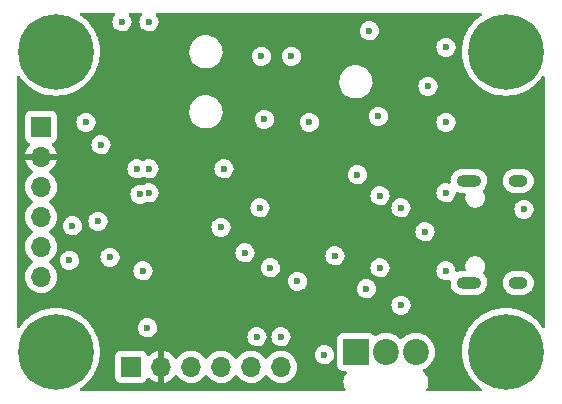
<source format=gbr>
%TF.GenerationSoftware,KiCad,Pcbnew,(6.0.5)*%
%TF.CreationDate,2022-06-21T13:53:18+02:00*%
%TF.ProjectId,usb-c_demo1,7573622d-635f-4646-956d-6f312e6b6963,rev?*%
%TF.SameCoordinates,Original*%
%TF.FileFunction,Copper,L3,Inr*%
%TF.FilePolarity,Positive*%
%FSLAX46Y46*%
G04 Gerber Fmt 4.6, Leading zero omitted, Abs format (unit mm)*
G04 Created by KiCad (PCBNEW (6.0.5)) date 2022-06-21 13:53:18*
%MOMM*%
%LPD*%
G01*
G04 APERTURE LIST*
%TA.AperFunction,ComponentPad*%
%ADD10O,1.600000X1.000000*%
%TD*%
%TA.AperFunction,ComponentPad*%
%ADD11O,2.100000X1.000000*%
%TD*%
%TA.AperFunction,ComponentPad*%
%ADD12R,1.700000X1.700000*%
%TD*%
%TA.AperFunction,ComponentPad*%
%ADD13O,1.700000X1.700000*%
%TD*%
%TA.AperFunction,ComponentPad*%
%ADD14R,2.200000X2.200000*%
%TD*%
%TA.AperFunction,ComponentPad*%
%ADD15C,2.200000*%
%TD*%
%TA.AperFunction,ComponentPad*%
%ADD16C,6.400000*%
%TD*%
%TA.AperFunction,ComponentPad*%
%ADD17C,0.800000*%
%TD*%
%TA.AperFunction,ViaPad*%
%ADD18C,0.600000*%
%TD*%
G04 APERTURE END LIST*
D10*
%TO.N,unconnected-(J1-PadS1)*%
%TO.C,J1*%
X69630000Y-67820000D03*
D11*
X65450000Y-59180000D03*
D10*
X69630000Y-59180000D03*
D11*
X65450000Y-67820000D03*
%TD*%
D12*
%TO.N,GND*%
%TO.C,J4*%
X36830000Y-74930000D03*
D13*
%TO.N,+3V3*%
X39370000Y-74930000D03*
%TO.N,PA4*%
X41910000Y-74930000D03*
%TO.N,PA5*%
X44450000Y-74930000D03*
%TO.N,PA6*%
X46990000Y-74930000D03*
%TO.N,PA7*%
X49530000Y-74930000D03*
%TD*%
D12*
%TO.N,GND*%
%TO.C,J5*%
X29210000Y-54610000D03*
D13*
%TO.N,+3V3*%
X29210000Y-57150000D03*
%TO.N,PA0*%
X29210000Y-59690000D03*
%TO.N,PA1*%
X29210000Y-62230000D03*
%TO.N,PA2*%
X29210000Y-64770000D03*
%TO.N,PA3*%
X29210000Y-67310000D03*
%TD*%
D14*
%TO.N,/VBUS*%
%TO.C,J3*%
X55880000Y-73660000D03*
D15*
%TO.N,PIXEL*%
X58420000Y-73660000D03*
%TO.N,GND*%
X60960000Y-73660000D03*
%TD*%
D16*
%TO.N,GND*%
%TO.C,H3*%
X30480000Y-48260000D03*
D17*
X30480000Y-45860000D03*
X28080000Y-48260000D03*
X28782944Y-49957056D03*
X32177056Y-49957056D03*
X30480000Y-50660000D03*
X28782944Y-46562944D03*
X32177056Y-46562944D03*
X32880000Y-48260000D03*
%TD*%
D16*
%TO.N,GND*%
%TO.C,H1*%
X68580000Y-48260000D03*
D17*
X68580000Y-50660000D03*
X70980000Y-48260000D03*
X70277056Y-46562944D03*
X70277056Y-49957056D03*
X66180000Y-48260000D03*
X68580000Y-45860000D03*
X66882944Y-49957056D03*
X66882944Y-46562944D03*
%TD*%
%TO.N,GND*%
%TO.C,H2*%
X28080000Y-73660000D03*
X32177056Y-71962944D03*
X28782944Y-71962944D03*
X32177056Y-75357056D03*
X30480000Y-76060000D03*
X28782944Y-75357056D03*
X32880000Y-73660000D03*
D16*
X30480000Y-73660000D03*
D17*
X30480000Y-71260000D03*
%TD*%
%TO.N,GND*%
%TO.C,H4*%
X66882944Y-75357056D03*
X70277056Y-75357056D03*
X68580000Y-71260000D03*
X66882944Y-71962944D03*
X70277056Y-71962944D03*
D16*
X68580000Y-73660000D03*
D17*
X66180000Y-73660000D03*
X68580000Y-76060000D03*
X70980000Y-73660000D03*
%TD*%
D18*
%TO.N,GND*%
X47752000Y-61468000D03*
X50927000Y-67691000D03*
X48641000Y-66548000D03*
X63500000Y-66802000D03*
X56769000Y-68326000D03*
X57912000Y-66548000D03*
X63500000Y-47879000D03*
X37338000Y-58166000D03*
X47498000Y-72390000D03*
X53213000Y-73914000D03*
X35052000Y-65659000D03*
X38354000Y-60198000D03*
X33020000Y-54229000D03*
X51943000Y-54229000D03*
X37846000Y-66802000D03*
X34036000Y-62611000D03*
X57023000Y-46482000D03*
X31623000Y-65913000D03*
X31877000Y-62992000D03*
X49530000Y-72390000D03*
X63500000Y-54229000D03*
X57785000Y-53721000D03*
X34290000Y-56134000D03*
X36068000Y-45720000D03*
X47879000Y-48641000D03*
X70104000Y-61595000D03*
X48133000Y-53975000D03*
X61976000Y-51181000D03*
X63500000Y-60198000D03*
X59690000Y-61468000D03*
X38227000Y-71628000D03*
X38354000Y-58166000D03*
X46482000Y-65278000D03*
X38354000Y-45720000D03*
X56007000Y-58674000D03*
X57912000Y-60452000D03*
X37592000Y-60325000D03*
X44704000Y-58166000D03*
%TO.N,/VBUS*%
X59690000Y-69723000D03*
X61722000Y-63500000D03*
%TO.N,NRST*%
X44450000Y-63119000D03*
X50419000Y-48641000D03*
%TO.N,+3V3*%
X41402000Y-60198000D03*
X36068000Y-52578000D03*
X53594000Y-68326000D03*
X44704000Y-60706000D03*
X41402000Y-58166000D03*
X50292000Y-66294000D03*
X61087000Y-48768000D03*
X52959000Y-48641000D03*
X61214000Y-47117000D03*
X51562000Y-72390000D03*
%TO.N,PIXEL*%
X54102000Y-65532000D03*
%TD*%
%TA.AperFunction,Conductor*%
%TO.N,+3V3*%
G36*
X35449365Y-44978502D02*
G01*
X35495858Y-45032158D01*
X35505962Y-45102432D01*
X35476468Y-45167012D01*
X35469402Y-45174523D01*
X35437493Y-45205771D01*
X35339235Y-45358238D01*
X35336826Y-45364858D01*
X35336824Y-45364861D01*
X35288296Y-45498191D01*
X35277197Y-45528685D01*
X35254463Y-45708640D01*
X35272163Y-45889160D01*
X35329418Y-46061273D01*
X35333065Y-46067295D01*
X35333066Y-46067297D01*
X35375344Y-46137106D01*
X35423380Y-46216424D01*
X35428269Y-46221487D01*
X35428270Y-46221488D01*
X35499348Y-46295091D01*
X35549382Y-46346902D01*
X35701159Y-46446222D01*
X35707763Y-46448678D01*
X35707765Y-46448679D01*
X35864558Y-46506990D01*
X35864560Y-46506990D01*
X35871168Y-46509448D01*
X35954995Y-46520633D01*
X36043980Y-46532507D01*
X36043984Y-46532507D01*
X36050961Y-46533438D01*
X36057972Y-46532800D01*
X36057976Y-46532800D01*
X36200459Y-46519832D01*
X36231600Y-46516998D01*
X36238302Y-46514820D01*
X36238304Y-46514820D01*
X36397409Y-46463124D01*
X36397412Y-46463123D01*
X36404108Y-46460947D01*
X36559912Y-46368069D01*
X36691266Y-46242982D01*
X36791643Y-46091902D01*
X36837332Y-45971627D01*
X36853555Y-45928920D01*
X36853556Y-45928918D01*
X36856055Y-45922338D01*
X36857035Y-45915366D01*
X36880748Y-45746639D01*
X36880748Y-45746636D01*
X36881299Y-45742717D01*
X36881616Y-45720000D01*
X36861397Y-45539745D01*
X36859080Y-45533091D01*
X36804064Y-45375106D01*
X36804062Y-45375103D01*
X36801745Y-45368448D01*
X36705626Y-45214624D01*
X36664573Y-45173284D01*
X36630766Y-45110854D01*
X36636077Y-45040057D01*
X36678822Y-44983369D01*
X36745428Y-44958790D01*
X36753979Y-44958500D01*
X37667244Y-44958500D01*
X37735365Y-44978502D01*
X37781858Y-45032158D01*
X37791962Y-45102432D01*
X37762468Y-45167012D01*
X37755402Y-45174523D01*
X37723493Y-45205771D01*
X37625235Y-45358238D01*
X37622826Y-45364858D01*
X37622824Y-45364861D01*
X37574296Y-45498191D01*
X37563197Y-45528685D01*
X37540463Y-45708640D01*
X37558163Y-45889160D01*
X37615418Y-46061273D01*
X37619065Y-46067295D01*
X37619066Y-46067297D01*
X37661344Y-46137106D01*
X37709380Y-46216424D01*
X37714269Y-46221487D01*
X37714270Y-46221488D01*
X37785348Y-46295091D01*
X37835382Y-46346902D01*
X37987159Y-46446222D01*
X37993763Y-46448678D01*
X37993765Y-46448679D01*
X38150558Y-46506990D01*
X38150560Y-46506990D01*
X38157168Y-46509448D01*
X38240995Y-46520633D01*
X38329980Y-46532507D01*
X38329984Y-46532507D01*
X38336961Y-46533438D01*
X38343972Y-46532800D01*
X38343976Y-46532800D01*
X38486459Y-46519832D01*
X38517600Y-46516998D01*
X38524302Y-46514820D01*
X38524304Y-46514820D01*
X38660277Y-46470640D01*
X56209463Y-46470640D01*
X56227163Y-46651160D01*
X56284418Y-46823273D01*
X56288065Y-46829295D01*
X56288066Y-46829297D01*
X56347036Y-46926668D01*
X56378380Y-46978424D01*
X56383269Y-46983487D01*
X56383270Y-46983488D01*
X56426083Y-47027822D01*
X56504382Y-47108902D01*
X56656159Y-47208222D01*
X56662763Y-47210678D01*
X56662765Y-47210679D01*
X56819558Y-47268990D01*
X56819560Y-47268990D01*
X56826168Y-47271448D01*
X56909995Y-47282633D01*
X56998980Y-47294507D01*
X56998984Y-47294507D01*
X57005961Y-47295438D01*
X57012972Y-47294800D01*
X57012976Y-47294800D01*
X57155459Y-47281832D01*
X57186600Y-47278998D01*
X57193302Y-47276820D01*
X57193304Y-47276820D01*
X57352409Y-47225124D01*
X57352412Y-47225123D01*
X57359108Y-47222947D01*
X57478951Y-47151506D01*
X57508860Y-47133677D01*
X57508862Y-47133676D01*
X57514912Y-47130069D01*
X57646266Y-47004982D01*
X57746643Y-46853902D01*
X57811055Y-46684338D01*
X57812035Y-46677366D01*
X57835748Y-46508639D01*
X57835748Y-46508636D01*
X57836299Y-46504717D01*
X57836616Y-46482000D01*
X57816397Y-46301745D01*
X57814080Y-46295091D01*
X57759064Y-46137106D01*
X57759062Y-46137103D01*
X57756745Y-46130448D01*
X57660626Y-45976624D01*
X57613254Y-45928920D01*
X57537778Y-45852915D01*
X57537774Y-45852912D01*
X57532815Y-45847918D01*
X57521697Y-45840862D01*
X57473538Y-45810300D01*
X57379666Y-45750727D01*
X57304501Y-45723962D01*
X57215425Y-45692243D01*
X57215420Y-45692242D01*
X57208790Y-45689881D01*
X57201802Y-45689048D01*
X57201799Y-45689047D01*
X57078698Y-45674368D01*
X57028680Y-45668404D01*
X57021677Y-45669140D01*
X57021676Y-45669140D01*
X56855288Y-45686628D01*
X56855286Y-45686629D01*
X56848288Y-45687364D01*
X56676579Y-45745818D01*
X56670575Y-45749512D01*
X56528095Y-45837166D01*
X56528092Y-45837168D01*
X56522088Y-45840862D01*
X56517053Y-45845793D01*
X56517050Y-45845795D01*
X56432166Y-45928920D01*
X56392493Y-45967771D01*
X56294235Y-46120238D01*
X56291826Y-46126858D01*
X56291824Y-46126861D01*
X56247791Y-46247841D01*
X56232197Y-46290685D01*
X56209463Y-46470640D01*
X38660277Y-46470640D01*
X38683409Y-46463124D01*
X38683412Y-46463123D01*
X38690108Y-46460947D01*
X38845912Y-46368069D01*
X38977266Y-46242982D01*
X39077643Y-46091902D01*
X39123332Y-45971627D01*
X39139555Y-45928920D01*
X39139556Y-45928918D01*
X39142055Y-45922338D01*
X39143035Y-45915366D01*
X39166748Y-45746639D01*
X39166748Y-45746636D01*
X39167299Y-45742717D01*
X39167616Y-45720000D01*
X39147397Y-45539745D01*
X39145080Y-45533091D01*
X39090064Y-45375106D01*
X39090062Y-45375103D01*
X39087745Y-45368448D01*
X38991626Y-45214624D01*
X38950573Y-45173284D01*
X38916766Y-45110854D01*
X38922077Y-45040057D01*
X38964822Y-44983369D01*
X39031428Y-44958790D01*
X39039979Y-44958500D01*
X66429399Y-44958500D01*
X66497520Y-44978502D01*
X66544013Y-45032158D01*
X66554117Y-45102432D01*
X66524623Y-45167012D01*
X66498024Y-45190172D01*
X66397207Y-45255643D01*
X66095124Y-45500266D01*
X65820266Y-45775124D01*
X65818194Y-45777682D01*
X65818191Y-45777686D01*
X65761318Y-45847918D01*
X65575643Y-46077207D01*
X65573848Y-46079970D01*
X65573848Y-46079971D01*
X65397997Y-46350760D01*
X65363938Y-46403206D01*
X65362443Y-46406140D01*
X65362439Y-46406147D01*
X65297906Y-46532800D01*
X65187468Y-46749547D01*
X65147953Y-46852487D01*
X65058298Y-47086047D01*
X65048167Y-47112438D01*
X64947562Y-47487901D01*
X64940244Y-47534106D01*
X64887417Y-47867640D01*
X64886754Y-47871824D01*
X64866411Y-48260000D01*
X64886754Y-48648176D01*
X64887267Y-48651416D01*
X64887268Y-48651424D01*
X64893617Y-48691507D01*
X64947562Y-49032099D01*
X65048167Y-49407562D01*
X65049352Y-49410650D01*
X65049353Y-49410652D01*
X65065804Y-49453507D01*
X65187468Y-49770453D01*
X65188966Y-49773393D01*
X65287674Y-49967117D01*
X65363938Y-50116794D01*
X65365734Y-50119560D01*
X65365736Y-50119563D01*
X65493154Y-50315770D01*
X65575643Y-50442793D01*
X65623381Y-50501744D01*
X65810982Y-50733411D01*
X65820266Y-50744876D01*
X66095124Y-51019734D01*
X66397207Y-51264357D01*
X66399970Y-51266152D01*
X66399971Y-51266152D01*
X66650017Y-51428533D01*
X66723205Y-51476062D01*
X66726139Y-51477557D01*
X66726146Y-51477561D01*
X67022034Y-51628323D01*
X67069547Y-51652532D01*
X67432438Y-51791833D01*
X67807901Y-51892438D01*
X67994212Y-51921947D01*
X68188576Y-51952732D01*
X68188584Y-51952733D01*
X68191824Y-51953246D01*
X68580000Y-51973589D01*
X68968176Y-51953246D01*
X68971416Y-51952733D01*
X68971424Y-51952732D01*
X69165788Y-51921947D01*
X69352099Y-51892438D01*
X69727562Y-51791833D01*
X70090453Y-51652532D01*
X70137966Y-51628323D01*
X70433854Y-51477561D01*
X70433861Y-51477557D01*
X70436795Y-51476062D01*
X70509984Y-51428533D01*
X70760029Y-51266152D01*
X70760030Y-51266152D01*
X70762793Y-51264357D01*
X71064876Y-51019734D01*
X71339734Y-50744876D01*
X71349019Y-50733411D01*
X71536619Y-50501744D01*
X71584357Y-50442793D01*
X71649828Y-50341976D01*
X71703703Y-50295740D01*
X71774025Y-50285970D01*
X71838464Y-50315770D01*
X71876564Y-50375678D01*
X71881500Y-50410601D01*
X71881500Y-71509399D01*
X71861498Y-71577520D01*
X71807842Y-71624013D01*
X71737568Y-71634117D01*
X71672988Y-71604623D01*
X71649827Y-71578023D01*
X71649501Y-71577520D01*
X71584357Y-71477207D01*
X71462046Y-71326166D01*
X71341809Y-71177686D01*
X71341806Y-71177682D01*
X71339734Y-71175124D01*
X71064876Y-70900266D01*
X71059006Y-70895512D01*
X70765355Y-70657718D01*
X70762793Y-70655643D01*
X70579233Y-70536438D01*
X70439564Y-70445736D01*
X70439561Y-70445734D01*
X70436795Y-70443938D01*
X70433861Y-70442443D01*
X70433854Y-70442439D01*
X70093393Y-70268966D01*
X70090453Y-70267468D01*
X69727562Y-70128167D01*
X69352099Y-70027562D01*
X69148207Y-69995268D01*
X68971424Y-69967268D01*
X68971416Y-69967267D01*
X68968176Y-69966754D01*
X68580000Y-69946411D01*
X68191824Y-69966754D01*
X68188584Y-69967267D01*
X68188576Y-69967268D01*
X68011793Y-69995268D01*
X67807901Y-70027562D01*
X67432438Y-70128167D01*
X67069547Y-70267468D01*
X67066607Y-70268966D01*
X66726147Y-70442439D01*
X66726140Y-70442443D01*
X66723206Y-70443938D01*
X66720440Y-70445734D01*
X66720437Y-70445736D01*
X66399971Y-70653848D01*
X66397207Y-70655643D01*
X66394645Y-70657718D01*
X66100995Y-70895512D01*
X66095124Y-70900266D01*
X65820266Y-71175124D01*
X65818194Y-71177682D01*
X65818191Y-71177686D01*
X65697954Y-71326166D01*
X65575643Y-71477207D01*
X65573848Y-71479970D01*
X65573848Y-71479971D01*
X65397099Y-71752143D01*
X65363938Y-71803206D01*
X65362443Y-71806140D01*
X65362439Y-71806147D01*
X65234418Y-72057402D01*
X65187468Y-72149547D01*
X65158516Y-72224970D01*
X65049691Y-72508469D01*
X65048167Y-72512438D01*
X64947562Y-72887901D01*
X64940566Y-72932072D01*
X64900866Y-73182727D01*
X64886754Y-73271824D01*
X64866411Y-73660000D01*
X64886754Y-74048176D01*
X64887267Y-74051416D01*
X64887268Y-74051424D01*
X64897550Y-74116338D01*
X64947562Y-74432099D01*
X65048167Y-74807562D01*
X65049352Y-74810650D01*
X65049353Y-74810652D01*
X65069240Y-74862460D01*
X65187468Y-75170453D01*
X65188966Y-75173393D01*
X65332872Y-75455823D01*
X65363938Y-75516794D01*
X65365734Y-75519560D01*
X65365736Y-75519563D01*
X65505699Y-75735088D01*
X65575643Y-75842793D01*
X65629134Y-75908848D01*
X65784652Y-76100896D01*
X65820266Y-76144876D01*
X66095124Y-76419734D01*
X66397207Y-76664357D01*
X66399970Y-76666152D01*
X66399971Y-76666152D01*
X66498022Y-76729827D01*
X66544259Y-76783704D01*
X66554029Y-76854025D01*
X66524229Y-76918465D01*
X66464320Y-76956564D01*
X66429398Y-76961500D01*
X61962999Y-76961500D01*
X61894878Y-76941498D01*
X61848385Y-76887842D01*
X61838281Y-76817568D01*
X61852162Y-76775575D01*
X61940514Y-76612170D01*
X62001898Y-76413871D01*
X62003429Y-76399303D01*
X62022952Y-76213554D01*
X62022952Y-76213552D01*
X62023596Y-76207425D01*
X62009163Y-76048831D01*
X62005341Y-76006836D01*
X62005340Y-76006833D01*
X62004782Y-76000697D01*
X62002298Y-75992255D01*
X61952988Y-75824717D01*
X61946173Y-75801560D01*
X61850001Y-75617600D01*
X61839612Y-75604678D01*
X61766586Y-75513853D01*
X61719929Y-75455823D01*
X61715211Y-75451865D01*
X61715209Y-75451862D01*
X61584119Y-75341864D01*
X61544793Y-75282755D01*
X61543667Y-75211767D01*
X61581098Y-75151439D01*
X61616892Y-75128935D01*
X61647919Y-75116083D01*
X61687928Y-75099511D01*
X61687932Y-75099509D01*
X61692502Y-75097616D01*
X61908376Y-74965328D01*
X62092426Y-74808134D01*
X62097142Y-74804106D01*
X62100898Y-74800898D01*
X62265328Y-74608376D01*
X62397616Y-74392502D01*
X62439340Y-74291773D01*
X62492611Y-74163164D01*
X62492612Y-74163162D01*
X62494505Y-74158591D01*
X62534042Y-73993907D01*
X62552454Y-73917216D01*
X62552455Y-73917210D01*
X62553609Y-73912403D01*
X62573474Y-73660000D01*
X62553609Y-73407597D01*
X62551731Y-73399771D01*
X62498444Y-73177818D01*
X62494505Y-73161409D01*
X62480393Y-73127340D01*
X62399511Y-72932072D01*
X62399509Y-72932068D01*
X62397616Y-72927498D01*
X62265328Y-72711624D01*
X62100898Y-72519102D01*
X62093096Y-72512438D01*
X62010957Y-72442285D01*
X61908376Y-72354672D01*
X61692502Y-72222384D01*
X61687932Y-72220491D01*
X61687928Y-72220489D01*
X61463164Y-72127389D01*
X61463162Y-72127388D01*
X61458591Y-72125495D01*
X61373968Y-72105179D01*
X61217216Y-72067546D01*
X61217210Y-72067545D01*
X61212403Y-72066391D01*
X60960000Y-72046526D01*
X60707597Y-72066391D01*
X60702790Y-72067545D01*
X60702784Y-72067546D01*
X60546032Y-72105179D01*
X60461409Y-72125495D01*
X60456838Y-72127388D01*
X60456836Y-72127389D01*
X60232072Y-72220489D01*
X60232068Y-72220491D01*
X60227498Y-72222384D01*
X60011624Y-72354672D01*
X59909043Y-72442285D01*
X59826905Y-72512438D01*
X59819102Y-72519102D01*
X59815894Y-72522858D01*
X59815887Y-72522865D01*
X59785810Y-72558080D01*
X59726359Y-72596889D01*
X59655365Y-72597395D01*
X59594190Y-72558080D01*
X59564113Y-72522865D01*
X59564106Y-72522858D01*
X59560898Y-72519102D01*
X59553096Y-72512438D01*
X59470957Y-72442285D01*
X59368376Y-72354672D01*
X59152502Y-72222384D01*
X59147932Y-72220491D01*
X59147928Y-72220489D01*
X58923164Y-72127389D01*
X58923162Y-72127388D01*
X58918591Y-72125495D01*
X58833968Y-72105179D01*
X58677216Y-72067546D01*
X58677210Y-72067545D01*
X58672403Y-72066391D01*
X58420000Y-72046526D01*
X58167597Y-72066391D01*
X58162790Y-72067545D01*
X58162784Y-72067546D01*
X58006032Y-72105179D01*
X57921409Y-72125495D01*
X57916838Y-72127388D01*
X57916836Y-72127389D01*
X57692072Y-72220489D01*
X57692068Y-72220491D01*
X57687498Y-72222384D01*
X57683278Y-72224970D01*
X57562614Y-72298913D01*
X57494080Y-72317451D01*
X57426404Y-72295995D01*
X57395953Y-72267046D01*
X57389743Y-72258760D01*
X57343261Y-72196739D01*
X57226705Y-72109385D01*
X57090316Y-72058255D01*
X57028134Y-72051500D01*
X54731866Y-72051500D01*
X54669684Y-72058255D01*
X54533295Y-72109385D01*
X54416739Y-72196739D01*
X54329385Y-72313295D01*
X54278255Y-72449684D01*
X54271500Y-72511866D01*
X54271500Y-73843513D01*
X54251498Y-73911634D01*
X54243788Y-73918315D01*
X54270160Y-73975580D01*
X54271500Y-73993907D01*
X54271500Y-74808134D01*
X54278255Y-74870316D01*
X54329385Y-75006705D01*
X54416739Y-75123261D01*
X54533295Y-75210615D01*
X54669684Y-75261745D01*
X54731866Y-75268500D01*
X55009022Y-75268500D01*
X55077143Y-75288502D01*
X55123636Y-75342158D01*
X55133740Y-75412432D01*
X55106106Y-75474815D01*
X54998217Y-75605230D01*
X54995288Y-75610647D01*
X54995286Y-75610650D01*
X54902416Y-75782410D01*
X54902414Y-75782415D01*
X54899486Y-75787830D01*
X54838102Y-75986129D01*
X54837458Y-75992254D01*
X54837458Y-75992255D01*
X54819704Y-76161181D01*
X54816404Y-76192575D01*
X54835218Y-76399303D01*
X54836956Y-76405209D01*
X54836957Y-76405213D01*
X54880473Y-76553068D01*
X54893827Y-76598440D01*
X54896681Y-76603899D01*
X54987241Y-76777125D01*
X55001075Y-76846761D01*
X54975065Y-76912821D01*
X54917469Y-76954333D01*
X54875579Y-76961500D01*
X32630602Y-76961500D01*
X32562481Y-76941498D01*
X32515988Y-76887842D01*
X32505884Y-76817568D01*
X32535378Y-76752988D01*
X32561978Y-76729827D01*
X32660029Y-76666152D01*
X32660030Y-76666152D01*
X32662793Y-76664357D01*
X32964876Y-76419734D01*
X33239734Y-76144876D01*
X33275349Y-76100896D01*
X33430866Y-75908848D01*
X33484357Y-75842793D01*
X33493877Y-75828134D01*
X35471500Y-75828134D01*
X35478255Y-75890316D01*
X35529385Y-76026705D01*
X35616739Y-76143261D01*
X35733295Y-76230615D01*
X35869684Y-76281745D01*
X35931866Y-76288500D01*
X37728134Y-76288500D01*
X37790316Y-76281745D01*
X37926705Y-76230615D01*
X38043261Y-76143261D01*
X38130615Y-76026705D01*
X38145826Y-75986129D01*
X38174798Y-75908848D01*
X38217440Y-75852084D01*
X38284001Y-75827384D01*
X38353350Y-75842592D01*
X38388017Y-75870580D01*
X38413218Y-75899673D01*
X38420580Y-75906883D01*
X38584434Y-76042916D01*
X38592881Y-76048831D01*
X38776756Y-76156279D01*
X38786042Y-76160729D01*
X38985001Y-76236703D01*
X38994899Y-76239579D01*
X39098250Y-76260606D01*
X39112299Y-76259410D01*
X39116000Y-76249065D01*
X39116000Y-76248517D01*
X39624000Y-76248517D01*
X39628064Y-76262359D01*
X39641478Y-76264393D01*
X39648184Y-76263534D01*
X39658262Y-76261392D01*
X39862255Y-76200191D01*
X39871842Y-76196433D01*
X40063095Y-76102739D01*
X40071945Y-76097464D01*
X40245328Y-75973792D01*
X40253200Y-75967139D01*
X40404052Y-75816812D01*
X40410730Y-75808965D01*
X40538022Y-75631819D01*
X40539279Y-75632722D01*
X40586373Y-75589362D01*
X40656311Y-75577145D01*
X40721751Y-75604678D01*
X40749579Y-75636511D01*
X40809987Y-75735088D01*
X40956250Y-75903938D01*
X41128126Y-76046632D01*
X41321000Y-76159338D01*
X41529692Y-76239030D01*
X41534760Y-76240061D01*
X41534763Y-76240062D01*
X41629862Y-76259410D01*
X41748597Y-76283567D01*
X41753772Y-76283757D01*
X41753774Y-76283757D01*
X41966673Y-76291564D01*
X41966677Y-76291564D01*
X41971837Y-76291753D01*
X41976957Y-76291097D01*
X41976959Y-76291097D01*
X42188288Y-76264025D01*
X42188289Y-76264025D01*
X42193416Y-76263368D01*
X42198366Y-76261883D01*
X42402429Y-76200661D01*
X42402434Y-76200659D01*
X42407384Y-76199174D01*
X42607994Y-76100896D01*
X42789860Y-75971173D01*
X42948096Y-75813489D01*
X42960591Y-75796101D01*
X43078453Y-75632077D01*
X43079776Y-75633028D01*
X43126645Y-75589857D01*
X43196580Y-75577625D01*
X43262026Y-75605144D01*
X43289875Y-75636994D01*
X43349987Y-75735088D01*
X43496250Y-75903938D01*
X43668126Y-76046632D01*
X43861000Y-76159338D01*
X44069692Y-76239030D01*
X44074760Y-76240061D01*
X44074763Y-76240062D01*
X44169862Y-76259410D01*
X44288597Y-76283567D01*
X44293772Y-76283757D01*
X44293774Y-76283757D01*
X44506673Y-76291564D01*
X44506677Y-76291564D01*
X44511837Y-76291753D01*
X44516957Y-76291097D01*
X44516959Y-76291097D01*
X44728288Y-76264025D01*
X44728289Y-76264025D01*
X44733416Y-76263368D01*
X44738366Y-76261883D01*
X44942429Y-76200661D01*
X44942434Y-76200659D01*
X44947384Y-76199174D01*
X45147994Y-76100896D01*
X45329860Y-75971173D01*
X45488096Y-75813489D01*
X45500591Y-75796101D01*
X45618453Y-75632077D01*
X45619776Y-75633028D01*
X45666645Y-75589857D01*
X45736580Y-75577625D01*
X45802026Y-75605144D01*
X45829875Y-75636994D01*
X45889987Y-75735088D01*
X46036250Y-75903938D01*
X46208126Y-76046632D01*
X46401000Y-76159338D01*
X46609692Y-76239030D01*
X46614760Y-76240061D01*
X46614763Y-76240062D01*
X46709862Y-76259410D01*
X46828597Y-76283567D01*
X46833772Y-76283757D01*
X46833774Y-76283757D01*
X47046673Y-76291564D01*
X47046677Y-76291564D01*
X47051837Y-76291753D01*
X47056957Y-76291097D01*
X47056959Y-76291097D01*
X47268288Y-76264025D01*
X47268289Y-76264025D01*
X47273416Y-76263368D01*
X47278366Y-76261883D01*
X47482429Y-76200661D01*
X47482434Y-76200659D01*
X47487384Y-76199174D01*
X47687994Y-76100896D01*
X47869860Y-75971173D01*
X48028096Y-75813489D01*
X48040591Y-75796101D01*
X48158453Y-75632077D01*
X48159776Y-75633028D01*
X48206645Y-75589857D01*
X48276580Y-75577625D01*
X48342026Y-75605144D01*
X48369875Y-75636994D01*
X48429987Y-75735088D01*
X48576250Y-75903938D01*
X48748126Y-76046632D01*
X48941000Y-76159338D01*
X49149692Y-76239030D01*
X49154760Y-76240061D01*
X49154763Y-76240062D01*
X49249862Y-76259410D01*
X49368597Y-76283567D01*
X49373772Y-76283757D01*
X49373774Y-76283757D01*
X49586673Y-76291564D01*
X49586677Y-76291564D01*
X49591837Y-76291753D01*
X49596957Y-76291097D01*
X49596959Y-76291097D01*
X49808288Y-76264025D01*
X49808289Y-76264025D01*
X49813416Y-76263368D01*
X49818366Y-76261883D01*
X50022429Y-76200661D01*
X50022434Y-76200659D01*
X50027384Y-76199174D01*
X50227994Y-76100896D01*
X50409860Y-75971173D01*
X50568096Y-75813489D01*
X50580591Y-75796101D01*
X50695435Y-75636277D01*
X50698453Y-75632077D01*
X50702910Y-75623060D01*
X50795136Y-75436453D01*
X50795137Y-75436451D01*
X50797430Y-75431811D01*
X50862370Y-75218069D01*
X50891529Y-74996590D01*
X50893156Y-74930000D01*
X50874852Y-74707361D01*
X50820431Y-74490702D01*
X50731354Y-74285840D01*
X50645920Y-74153779D01*
X50612822Y-74102617D01*
X50612820Y-74102614D01*
X50610014Y-74098277D01*
X50459670Y-73933051D01*
X50455619Y-73929852D01*
X50455615Y-73929848D01*
X50421164Y-73902640D01*
X52399463Y-73902640D01*
X52417163Y-74083160D01*
X52474418Y-74255273D01*
X52478065Y-74261295D01*
X52478066Y-74261297D01*
X52560082Y-74396722D01*
X52568380Y-74410424D01*
X52694382Y-74540902D01*
X52700278Y-74544760D01*
X52803238Y-74612135D01*
X52846159Y-74640222D01*
X52852763Y-74642678D01*
X52852765Y-74642679D01*
X53009558Y-74700990D01*
X53009560Y-74700990D01*
X53016168Y-74703448D01*
X53099995Y-74714633D01*
X53188980Y-74726507D01*
X53188984Y-74726507D01*
X53195961Y-74727438D01*
X53202972Y-74726800D01*
X53202976Y-74726800D01*
X53345459Y-74713832D01*
X53376600Y-74710998D01*
X53383302Y-74708820D01*
X53383304Y-74708820D01*
X53542409Y-74657124D01*
X53542412Y-74657123D01*
X53549108Y-74654947D01*
X53704912Y-74562069D01*
X53836266Y-74436982D01*
X53936643Y-74285902D01*
X53983267Y-74163164D01*
X53998555Y-74122920D01*
X53998556Y-74122918D01*
X54001055Y-74116338D01*
X54004779Y-74089844D01*
X54020726Y-73976371D01*
X54048194Y-73915717D01*
X54024604Y-73879011D01*
X54020285Y-73857558D01*
X54007182Y-73740744D01*
X54006397Y-73733745D01*
X54002975Y-73723919D01*
X53949064Y-73569106D01*
X53949062Y-73569103D01*
X53946745Y-73562448D01*
X53850626Y-73408624D01*
X53836941Y-73394843D01*
X53727778Y-73284915D01*
X53727774Y-73284912D01*
X53722815Y-73279918D01*
X53715246Y-73275114D01*
X53600834Y-73202507D01*
X53569666Y-73182727D01*
X53509798Y-73161409D01*
X53405425Y-73124243D01*
X53405420Y-73124242D01*
X53398790Y-73121881D01*
X53391802Y-73121048D01*
X53391799Y-73121047D01*
X53268698Y-73106368D01*
X53218680Y-73100404D01*
X53211677Y-73101140D01*
X53211676Y-73101140D01*
X53045288Y-73118628D01*
X53045286Y-73118629D01*
X53038288Y-73119364D01*
X52866579Y-73177818D01*
X52850619Y-73187637D01*
X52718095Y-73269166D01*
X52718092Y-73269168D01*
X52712088Y-73272862D01*
X52707053Y-73277793D01*
X52707050Y-73277795D01*
X52587525Y-73394843D01*
X52582493Y-73399771D01*
X52484235Y-73552238D01*
X52481826Y-73558858D01*
X52481824Y-73558861D01*
X52434239Y-73689599D01*
X52422197Y-73722685D01*
X52399463Y-73902640D01*
X50421164Y-73902640D01*
X50288414Y-73797800D01*
X50288410Y-73797798D01*
X50284359Y-73794598D01*
X50248028Y-73774542D01*
X50186802Y-73740744D01*
X50088789Y-73686638D01*
X50083920Y-73684914D01*
X50083916Y-73684912D01*
X49883087Y-73613795D01*
X49883083Y-73613794D01*
X49878212Y-73612069D01*
X49873119Y-73611162D01*
X49873116Y-73611161D01*
X49663373Y-73573800D01*
X49663367Y-73573799D01*
X49658284Y-73572894D01*
X49584452Y-73571992D01*
X49440081Y-73570228D01*
X49440079Y-73570228D01*
X49434911Y-73570165D01*
X49214091Y-73603955D01*
X49001756Y-73673357D01*
X48803607Y-73776507D01*
X48799474Y-73779610D01*
X48799471Y-73779612D01*
X48629100Y-73907530D01*
X48624965Y-73910635D01*
X48470629Y-74072138D01*
X48363201Y-74229621D01*
X48308293Y-74274621D01*
X48237768Y-74282792D01*
X48174021Y-74251538D01*
X48153324Y-74227054D01*
X48072822Y-74102617D01*
X48072820Y-74102614D01*
X48070014Y-74098277D01*
X47919670Y-73933051D01*
X47915619Y-73929852D01*
X47915615Y-73929848D01*
X47748414Y-73797800D01*
X47748410Y-73797798D01*
X47744359Y-73794598D01*
X47708028Y-73774542D01*
X47646802Y-73740744D01*
X47548789Y-73686638D01*
X47543920Y-73684914D01*
X47543916Y-73684912D01*
X47343087Y-73613795D01*
X47343083Y-73613794D01*
X47338212Y-73612069D01*
X47333119Y-73611162D01*
X47333116Y-73611161D01*
X47123373Y-73573800D01*
X47123367Y-73573799D01*
X47118284Y-73572894D01*
X47044452Y-73571992D01*
X46900081Y-73570228D01*
X46900079Y-73570228D01*
X46894911Y-73570165D01*
X46674091Y-73603955D01*
X46461756Y-73673357D01*
X46263607Y-73776507D01*
X46259474Y-73779610D01*
X46259471Y-73779612D01*
X46089100Y-73907530D01*
X46084965Y-73910635D01*
X45930629Y-74072138D01*
X45823201Y-74229621D01*
X45768293Y-74274621D01*
X45697768Y-74282792D01*
X45634021Y-74251538D01*
X45613324Y-74227054D01*
X45532822Y-74102617D01*
X45532820Y-74102614D01*
X45530014Y-74098277D01*
X45379670Y-73933051D01*
X45375619Y-73929852D01*
X45375615Y-73929848D01*
X45208414Y-73797800D01*
X45208410Y-73797798D01*
X45204359Y-73794598D01*
X45168028Y-73774542D01*
X45106802Y-73740744D01*
X45008789Y-73686638D01*
X45003920Y-73684914D01*
X45003916Y-73684912D01*
X44803087Y-73613795D01*
X44803083Y-73613794D01*
X44798212Y-73612069D01*
X44793119Y-73611162D01*
X44793116Y-73611161D01*
X44583373Y-73573800D01*
X44583367Y-73573799D01*
X44578284Y-73572894D01*
X44504452Y-73571992D01*
X44360081Y-73570228D01*
X44360079Y-73570228D01*
X44354911Y-73570165D01*
X44134091Y-73603955D01*
X43921756Y-73673357D01*
X43723607Y-73776507D01*
X43719474Y-73779610D01*
X43719471Y-73779612D01*
X43549100Y-73907530D01*
X43544965Y-73910635D01*
X43390629Y-74072138D01*
X43283201Y-74229621D01*
X43228293Y-74274621D01*
X43157768Y-74282792D01*
X43094021Y-74251538D01*
X43073324Y-74227054D01*
X42992822Y-74102617D01*
X42992820Y-74102614D01*
X42990014Y-74098277D01*
X42839670Y-73933051D01*
X42835619Y-73929852D01*
X42835615Y-73929848D01*
X42668414Y-73797800D01*
X42668410Y-73797798D01*
X42664359Y-73794598D01*
X42628028Y-73774542D01*
X42566802Y-73740744D01*
X42468789Y-73686638D01*
X42463920Y-73684914D01*
X42463916Y-73684912D01*
X42263087Y-73613795D01*
X42263083Y-73613794D01*
X42258212Y-73612069D01*
X42253119Y-73611162D01*
X42253116Y-73611161D01*
X42043373Y-73573800D01*
X42043367Y-73573799D01*
X42038284Y-73572894D01*
X41964452Y-73571992D01*
X41820081Y-73570228D01*
X41820079Y-73570228D01*
X41814911Y-73570165D01*
X41594091Y-73603955D01*
X41381756Y-73673357D01*
X41183607Y-73776507D01*
X41179474Y-73779610D01*
X41179471Y-73779612D01*
X41009100Y-73907530D01*
X41004965Y-73910635D01*
X40850629Y-74072138D01*
X40743204Y-74229618D01*
X40742898Y-74230066D01*
X40687987Y-74275069D01*
X40617462Y-74283240D01*
X40553715Y-74251986D01*
X40533018Y-74227502D01*
X40452426Y-74102926D01*
X40446136Y-74094757D01*
X40302806Y-73937240D01*
X40295273Y-73930215D01*
X40128139Y-73798222D01*
X40119552Y-73792517D01*
X39933117Y-73689599D01*
X39923705Y-73685369D01*
X39722959Y-73614280D01*
X39712988Y-73611646D01*
X39641837Y-73598972D01*
X39628540Y-73600432D01*
X39624000Y-73614989D01*
X39624000Y-76248517D01*
X39116000Y-76248517D01*
X39116000Y-73613102D01*
X39112082Y-73599758D01*
X39097806Y-73597771D01*
X39059324Y-73603660D01*
X39049288Y-73606051D01*
X38846868Y-73672212D01*
X38837359Y-73676209D01*
X38648463Y-73774542D01*
X38639738Y-73780036D01*
X38469433Y-73907905D01*
X38461726Y-73914748D01*
X38384478Y-73995584D01*
X38322954Y-74031014D01*
X38252042Y-74027557D01*
X38194255Y-73986311D01*
X38175402Y-73952763D01*
X38133767Y-73841703D01*
X38130615Y-73833295D01*
X38043261Y-73716739D01*
X37926705Y-73629385D01*
X37790316Y-73578255D01*
X37728134Y-73571500D01*
X35931866Y-73571500D01*
X35869684Y-73578255D01*
X35733295Y-73629385D01*
X35616739Y-73716739D01*
X35529385Y-73833295D01*
X35478255Y-73969684D01*
X35471500Y-74031866D01*
X35471500Y-75828134D01*
X33493877Y-75828134D01*
X33554301Y-75735088D01*
X33694264Y-75519563D01*
X33694266Y-75519560D01*
X33696062Y-75516794D01*
X33727129Y-75455823D01*
X33871034Y-75173393D01*
X33872532Y-75170453D01*
X33990760Y-74862460D01*
X34010647Y-74810652D01*
X34010648Y-74810650D01*
X34011833Y-74807562D01*
X34112438Y-74432099D01*
X34162450Y-74116338D01*
X34172732Y-74051424D01*
X34172733Y-74051416D01*
X34173246Y-74048176D01*
X34193589Y-73660000D01*
X34173246Y-73271824D01*
X34159135Y-73182727D01*
X34119434Y-72932072D01*
X34112438Y-72887901D01*
X34011833Y-72512438D01*
X34010310Y-72508469D01*
X33901484Y-72224970D01*
X33872532Y-72149547D01*
X33825582Y-72057402D01*
X33697561Y-71806147D01*
X33697557Y-71806140D01*
X33696062Y-71803206D01*
X33662902Y-71752143D01*
X33574906Y-71616640D01*
X37413463Y-71616640D01*
X37431163Y-71797160D01*
X37488418Y-71969273D01*
X37492065Y-71975295D01*
X37492066Y-71975297D01*
X37547934Y-72067546D01*
X37582380Y-72124424D01*
X37587269Y-72129487D01*
X37587270Y-72129488D01*
X37658348Y-72203091D01*
X37708382Y-72254902D01*
X37860159Y-72354222D01*
X37866763Y-72356678D01*
X37866765Y-72356679D01*
X38023558Y-72414990D01*
X38023560Y-72414990D01*
X38030168Y-72417448D01*
X38113995Y-72428633D01*
X38202980Y-72440507D01*
X38202984Y-72440507D01*
X38209961Y-72441438D01*
X38216972Y-72440800D01*
X38216976Y-72440800D01*
X38359459Y-72427832D01*
X38390600Y-72424998D01*
X38397302Y-72422820D01*
X38397304Y-72422820D01*
X38533277Y-72378640D01*
X46684463Y-72378640D01*
X46702163Y-72559160D01*
X46759418Y-72731273D01*
X46763065Y-72737295D01*
X46763066Y-72737297D01*
X46773978Y-72755314D01*
X46853380Y-72886424D01*
X46979382Y-73016902D01*
X46985278Y-73020760D01*
X47106987Y-73100404D01*
X47131159Y-73116222D01*
X47137763Y-73118678D01*
X47137765Y-73118679D01*
X47294558Y-73176990D01*
X47294560Y-73176990D01*
X47301168Y-73179448D01*
X47384995Y-73190633D01*
X47473980Y-73202507D01*
X47473984Y-73202507D01*
X47480961Y-73203438D01*
X47487972Y-73202800D01*
X47487976Y-73202800D01*
X47630459Y-73189832D01*
X47661600Y-73186998D01*
X47668302Y-73184820D01*
X47668304Y-73184820D01*
X47827409Y-73133124D01*
X47827412Y-73133123D01*
X47834108Y-73130947D01*
X47989912Y-73038069D01*
X48121266Y-72912982D01*
X48221643Y-72761902D01*
X48286055Y-72592338D01*
X48287035Y-72585366D01*
X48310748Y-72416639D01*
X48310748Y-72416636D01*
X48311299Y-72412717D01*
X48311616Y-72390000D01*
X48310342Y-72378640D01*
X48716463Y-72378640D01*
X48734163Y-72559160D01*
X48791418Y-72731273D01*
X48795065Y-72737295D01*
X48795066Y-72737297D01*
X48805978Y-72755314D01*
X48885380Y-72886424D01*
X49011382Y-73016902D01*
X49017278Y-73020760D01*
X49138987Y-73100404D01*
X49163159Y-73116222D01*
X49169763Y-73118678D01*
X49169765Y-73118679D01*
X49326558Y-73176990D01*
X49326560Y-73176990D01*
X49333168Y-73179448D01*
X49416995Y-73190633D01*
X49505980Y-73202507D01*
X49505984Y-73202507D01*
X49512961Y-73203438D01*
X49519972Y-73202800D01*
X49519976Y-73202800D01*
X49662459Y-73189832D01*
X49693600Y-73186998D01*
X49700302Y-73184820D01*
X49700304Y-73184820D01*
X49859409Y-73133124D01*
X49859412Y-73133123D01*
X49866108Y-73130947D01*
X50021912Y-73038069D01*
X50153266Y-72912982D01*
X50253643Y-72761902D01*
X50318055Y-72592338D01*
X50319035Y-72585366D01*
X50342748Y-72416639D01*
X50342748Y-72416636D01*
X50343299Y-72412717D01*
X50343616Y-72390000D01*
X50323397Y-72209745D01*
X50321080Y-72203091D01*
X50266064Y-72045106D01*
X50266062Y-72045103D01*
X50263745Y-72038448D01*
X50167626Y-71884624D01*
X50120254Y-71836920D01*
X50044778Y-71760915D01*
X50044774Y-71760912D01*
X50039815Y-71755918D01*
X50028697Y-71748862D01*
X49980538Y-71718300D01*
X49886666Y-71658727D01*
X49811501Y-71631962D01*
X49722425Y-71600243D01*
X49722420Y-71600242D01*
X49715790Y-71597881D01*
X49708802Y-71597048D01*
X49708799Y-71597047D01*
X49585698Y-71582368D01*
X49535680Y-71576404D01*
X49528677Y-71577140D01*
X49528676Y-71577140D01*
X49362288Y-71594628D01*
X49362286Y-71594629D01*
X49355288Y-71595364D01*
X49183579Y-71653818D01*
X49177575Y-71657512D01*
X49035095Y-71745166D01*
X49035092Y-71745168D01*
X49029088Y-71748862D01*
X49024053Y-71753793D01*
X49024050Y-71753795D01*
X48939166Y-71836920D01*
X48899493Y-71875771D01*
X48801235Y-72028238D01*
X48798826Y-72034858D01*
X48798824Y-72034861D01*
X48755959Y-72152632D01*
X48739197Y-72198685D01*
X48716463Y-72378640D01*
X48310342Y-72378640D01*
X48291397Y-72209745D01*
X48289080Y-72203091D01*
X48234064Y-72045106D01*
X48234062Y-72045103D01*
X48231745Y-72038448D01*
X48135626Y-71884624D01*
X48088254Y-71836920D01*
X48012778Y-71760915D01*
X48012774Y-71760912D01*
X48007815Y-71755918D01*
X47996697Y-71748862D01*
X47948538Y-71718300D01*
X47854666Y-71658727D01*
X47779501Y-71631962D01*
X47690425Y-71600243D01*
X47690420Y-71600242D01*
X47683790Y-71597881D01*
X47676802Y-71597048D01*
X47676799Y-71597047D01*
X47553698Y-71582368D01*
X47503680Y-71576404D01*
X47496677Y-71577140D01*
X47496676Y-71577140D01*
X47330288Y-71594628D01*
X47330286Y-71594629D01*
X47323288Y-71595364D01*
X47151579Y-71653818D01*
X47145575Y-71657512D01*
X47003095Y-71745166D01*
X47003092Y-71745168D01*
X46997088Y-71748862D01*
X46992053Y-71753793D01*
X46992050Y-71753795D01*
X46907166Y-71836920D01*
X46867493Y-71875771D01*
X46769235Y-72028238D01*
X46766826Y-72034858D01*
X46766824Y-72034861D01*
X46723959Y-72152632D01*
X46707197Y-72198685D01*
X46684463Y-72378640D01*
X38533277Y-72378640D01*
X38556409Y-72371124D01*
X38556412Y-72371123D01*
X38563108Y-72368947D01*
X38718912Y-72276069D01*
X38850266Y-72150982D01*
X38950643Y-71999902D01*
X38996332Y-71879627D01*
X39012555Y-71836920D01*
X39012556Y-71836918D01*
X39015055Y-71830338D01*
X39018455Y-71806147D01*
X39039748Y-71654639D01*
X39039748Y-71654636D01*
X39040299Y-71650717D01*
X39040616Y-71628000D01*
X39020397Y-71447745D01*
X39018080Y-71441091D01*
X38963064Y-71283106D01*
X38963062Y-71283103D01*
X38960745Y-71276448D01*
X38864626Y-71122624D01*
X38850941Y-71108843D01*
X38741778Y-70998915D01*
X38741774Y-70998912D01*
X38736815Y-70993918D01*
X38725697Y-70986862D01*
X38677538Y-70956300D01*
X38583666Y-70896727D01*
X38554463Y-70886328D01*
X38419425Y-70838243D01*
X38419420Y-70838242D01*
X38412790Y-70835881D01*
X38405802Y-70835048D01*
X38405799Y-70835047D01*
X38282698Y-70820368D01*
X38232680Y-70814404D01*
X38225677Y-70815140D01*
X38225676Y-70815140D01*
X38059288Y-70832628D01*
X38059286Y-70832629D01*
X38052288Y-70833364D01*
X37880579Y-70891818D01*
X37818109Y-70930250D01*
X37732095Y-70983166D01*
X37732092Y-70983168D01*
X37726088Y-70986862D01*
X37721053Y-70991793D01*
X37721050Y-70991795D01*
X37601525Y-71108843D01*
X37596493Y-71113771D01*
X37498235Y-71266238D01*
X37495826Y-71272858D01*
X37495824Y-71272861D01*
X37438606Y-71430066D01*
X37436197Y-71436685D01*
X37413463Y-71616640D01*
X33574906Y-71616640D01*
X33486152Y-71479971D01*
X33486152Y-71479970D01*
X33484357Y-71477207D01*
X33362046Y-71326166D01*
X33241809Y-71177686D01*
X33241806Y-71177682D01*
X33239734Y-71175124D01*
X32964876Y-70900266D01*
X32959006Y-70895512D01*
X32665355Y-70657718D01*
X32662793Y-70655643D01*
X32479233Y-70536438D01*
X32339564Y-70445736D01*
X32339561Y-70445734D01*
X32336795Y-70443938D01*
X32333861Y-70442443D01*
X32333854Y-70442439D01*
X31993393Y-70268966D01*
X31990453Y-70267468D01*
X31627562Y-70128167D01*
X31252099Y-70027562D01*
X31048207Y-69995268D01*
X30871424Y-69967268D01*
X30871416Y-69967267D01*
X30868176Y-69966754D01*
X30480000Y-69946411D01*
X30091824Y-69966754D01*
X30088584Y-69967267D01*
X30088576Y-69967268D01*
X29911793Y-69995268D01*
X29707901Y-70027562D01*
X29332438Y-70128167D01*
X28969547Y-70267468D01*
X28966607Y-70268966D01*
X28626147Y-70442439D01*
X28626140Y-70442443D01*
X28623206Y-70443938D01*
X28620440Y-70445734D01*
X28620437Y-70445736D01*
X28299971Y-70653848D01*
X28297207Y-70655643D01*
X28294645Y-70657718D01*
X28000995Y-70895512D01*
X27995124Y-70900266D01*
X27720266Y-71175124D01*
X27718194Y-71177682D01*
X27718191Y-71177686D01*
X27597954Y-71326166D01*
X27475643Y-71477207D01*
X27410500Y-71577520D01*
X27410173Y-71578023D01*
X27356297Y-71624260D01*
X27285975Y-71634030D01*
X27221536Y-71604230D01*
X27183436Y-71544322D01*
X27178500Y-71509399D01*
X27178500Y-69711640D01*
X58876463Y-69711640D01*
X58894163Y-69892160D01*
X58951418Y-70064273D01*
X58955065Y-70070295D01*
X58955066Y-70070297D01*
X58990832Y-70129353D01*
X59045380Y-70219424D01*
X59171382Y-70349902D01*
X59323159Y-70449222D01*
X59329763Y-70451678D01*
X59329765Y-70451679D01*
X59486558Y-70509990D01*
X59486560Y-70509990D01*
X59493168Y-70512448D01*
X59576995Y-70523633D01*
X59665980Y-70535507D01*
X59665984Y-70535507D01*
X59672961Y-70536438D01*
X59679972Y-70535800D01*
X59679976Y-70535800D01*
X59822459Y-70522832D01*
X59853600Y-70519998D01*
X59860302Y-70517820D01*
X59860304Y-70517820D01*
X60019409Y-70466124D01*
X60019412Y-70466123D01*
X60026108Y-70463947D01*
X60181912Y-70371069D01*
X60313266Y-70245982D01*
X60413643Y-70094902D01*
X60462388Y-69966582D01*
X60475555Y-69931920D01*
X60475556Y-69931918D01*
X60478055Y-69925338D01*
X60479035Y-69918366D01*
X60502748Y-69749639D01*
X60502748Y-69749636D01*
X60503299Y-69745717D01*
X60503616Y-69723000D01*
X60483397Y-69542745D01*
X60481080Y-69536091D01*
X60426064Y-69378106D01*
X60426062Y-69378103D01*
X60423745Y-69371448D01*
X60327626Y-69217624D01*
X60249984Y-69139438D01*
X60204778Y-69093915D01*
X60204774Y-69093912D01*
X60199815Y-69088918D01*
X60188697Y-69081862D01*
X60135912Y-69048364D01*
X60046666Y-68991727D01*
X60007209Y-68977677D01*
X59882425Y-68933243D01*
X59882420Y-68933242D01*
X59875790Y-68930881D01*
X59868802Y-68930048D01*
X59868799Y-68930047D01*
X59745698Y-68915368D01*
X59695680Y-68909404D01*
X59688677Y-68910140D01*
X59688676Y-68910140D01*
X59522288Y-68927628D01*
X59522286Y-68927629D01*
X59515288Y-68928364D01*
X59343579Y-68986818D01*
X59337575Y-68990512D01*
X59195095Y-69078166D01*
X59195092Y-69078168D01*
X59189088Y-69081862D01*
X59184053Y-69086793D01*
X59184050Y-69086795D01*
X59130293Y-69139438D01*
X59059493Y-69208771D01*
X58961235Y-69361238D01*
X58958826Y-69367858D01*
X58958824Y-69367861D01*
X58901606Y-69525066D01*
X58899197Y-69531685D01*
X58876463Y-69711640D01*
X27178500Y-69711640D01*
X27178500Y-67276695D01*
X27847251Y-67276695D01*
X27847548Y-67281848D01*
X27847548Y-67281851D01*
X27858645Y-67474308D01*
X27860110Y-67499715D01*
X27861247Y-67504761D01*
X27861248Y-67504767D01*
X27876925Y-67574328D01*
X27909222Y-67717639D01*
X27993266Y-67924616D01*
X27995965Y-67929020D01*
X28062930Y-68038297D01*
X28109987Y-68115088D01*
X28256250Y-68283938D01*
X28428126Y-68426632D01*
X28621000Y-68539338D01*
X28829692Y-68619030D01*
X28834760Y-68620061D01*
X28834763Y-68620062D01*
X28942017Y-68641883D01*
X29048597Y-68663567D01*
X29053772Y-68663757D01*
X29053774Y-68663757D01*
X29266673Y-68671564D01*
X29266677Y-68671564D01*
X29271837Y-68671753D01*
X29276957Y-68671097D01*
X29276959Y-68671097D01*
X29488288Y-68644025D01*
X29488289Y-68644025D01*
X29493416Y-68643368D01*
X29498366Y-68641883D01*
X29702429Y-68580661D01*
X29702434Y-68580659D01*
X29707384Y-68579174D01*
X29907994Y-68480896D01*
X30089860Y-68351173D01*
X30096299Y-68344757D01*
X30236463Y-68205081D01*
X30248096Y-68193489D01*
X30307594Y-68110689D01*
X30375435Y-68016277D01*
X30378453Y-68012077D01*
X30397051Y-67974448D01*
X30475136Y-67816453D01*
X30475137Y-67816451D01*
X30477430Y-67811811D01*
X30517587Y-67679640D01*
X50113463Y-67679640D01*
X50131163Y-67860160D01*
X50188418Y-68032273D01*
X50192065Y-68038295D01*
X50192066Y-68038297D01*
X50257139Y-68145745D01*
X50282380Y-68187424D01*
X50287269Y-68192487D01*
X50287270Y-68192488D01*
X50299431Y-68205081D01*
X50408382Y-68317902D01*
X50560159Y-68417222D01*
X50566763Y-68419678D01*
X50566765Y-68419679D01*
X50723558Y-68477990D01*
X50723560Y-68477990D01*
X50730168Y-68480448D01*
X50813995Y-68491633D01*
X50902980Y-68503507D01*
X50902984Y-68503507D01*
X50909961Y-68504438D01*
X50916972Y-68503800D01*
X50916976Y-68503800D01*
X51059459Y-68490832D01*
X51090600Y-68487998D01*
X51097302Y-68485820D01*
X51097304Y-68485820D01*
X51256409Y-68434124D01*
X51256412Y-68434123D01*
X51263108Y-68431947D01*
X51367978Y-68369432D01*
X51412860Y-68342677D01*
X51412862Y-68342676D01*
X51418912Y-68339069D01*
X51444565Y-68314640D01*
X55955463Y-68314640D01*
X55973163Y-68495160D01*
X56030418Y-68667273D01*
X56034065Y-68673295D01*
X56034066Y-68673297D01*
X56119691Y-68814681D01*
X56124380Y-68822424D01*
X56129269Y-68827487D01*
X56129270Y-68827488D01*
X56144357Y-68843111D01*
X56250382Y-68952902D01*
X56402159Y-69052222D01*
X56408763Y-69054678D01*
X56408765Y-69054679D01*
X56565558Y-69112990D01*
X56565560Y-69112990D01*
X56572168Y-69115448D01*
X56655995Y-69126633D01*
X56744980Y-69138507D01*
X56744984Y-69138507D01*
X56751961Y-69139438D01*
X56758972Y-69138800D01*
X56758976Y-69138800D01*
X56901459Y-69125832D01*
X56932600Y-69122998D01*
X56939302Y-69120820D01*
X56939304Y-69120820D01*
X57098409Y-69069124D01*
X57098412Y-69069123D01*
X57105108Y-69066947D01*
X57224951Y-68995506D01*
X57254860Y-68977677D01*
X57254862Y-68977676D01*
X57260912Y-68974069D01*
X57392266Y-68848982D01*
X57492643Y-68697902D01*
X57551501Y-68542960D01*
X57554555Y-68534920D01*
X57554556Y-68534918D01*
X57557055Y-68528338D01*
X57560545Y-68503507D01*
X57581748Y-68352639D01*
X57581748Y-68352636D01*
X57582299Y-68348717D01*
X57582452Y-68337738D01*
X57582561Y-68329962D01*
X57582561Y-68329957D01*
X57582616Y-68326000D01*
X57562397Y-68145745D01*
X57560080Y-68139091D01*
X57505064Y-67981106D01*
X57505062Y-67981103D01*
X57502745Y-67974448D01*
X57406626Y-67820624D01*
X57398981Y-67812925D01*
X57283778Y-67696915D01*
X57283774Y-67696912D01*
X57278815Y-67691918D01*
X57271164Y-67687062D01*
X57219538Y-67654300D01*
X57125666Y-67594727D01*
X57068379Y-67574328D01*
X56961425Y-67536243D01*
X56961420Y-67536242D01*
X56954790Y-67533881D01*
X56947802Y-67533048D01*
X56947799Y-67533047D01*
X56819462Y-67517744D01*
X56774680Y-67512404D01*
X56767677Y-67513140D01*
X56767676Y-67513140D01*
X56601288Y-67530628D01*
X56601286Y-67530629D01*
X56594288Y-67531364D01*
X56422579Y-67589818D01*
X56406619Y-67599637D01*
X56274095Y-67681166D01*
X56274092Y-67681168D01*
X56268088Y-67684862D01*
X56263053Y-67689793D01*
X56263050Y-67689795D01*
X56143573Y-67806796D01*
X56138493Y-67811771D01*
X56040235Y-67964238D01*
X56037826Y-67970858D01*
X56037824Y-67970861D01*
X55980606Y-68128066D01*
X55978197Y-68134685D01*
X55955463Y-68314640D01*
X51444565Y-68314640D01*
X51550266Y-68213982D01*
X51650643Y-68062902D01*
X51701501Y-67929020D01*
X51712555Y-67899920D01*
X51712556Y-67899918D01*
X51715055Y-67893338D01*
X51716035Y-67886366D01*
X51739748Y-67717639D01*
X51739748Y-67717636D01*
X51740299Y-67713717D01*
X51740452Y-67702738D01*
X51740561Y-67694962D01*
X51740561Y-67694957D01*
X51740616Y-67691000D01*
X51720397Y-67510745D01*
X51716556Y-67499715D01*
X51663064Y-67346106D01*
X51663062Y-67346103D01*
X51660745Y-67339448D01*
X51564626Y-67185624D01*
X51548946Y-67169834D01*
X51441778Y-67061915D01*
X51441774Y-67061912D01*
X51436815Y-67056918D01*
X51425697Y-67049862D01*
X51377538Y-67019300D01*
X51283666Y-66959727D01*
X51254463Y-66949328D01*
X51119425Y-66901243D01*
X51119420Y-66901242D01*
X51112790Y-66898881D01*
X51105802Y-66898048D01*
X51105799Y-66898047D01*
X50982698Y-66883368D01*
X50932680Y-66877404D01*
X50925677Y-66878140D01*
X50925676Y-66878140D01*
X50759288Y-66895628D01*
X50759286Y-66895629D01*
X50752288Y-66896364D01*
X50580579Y-66954818D01*
X50533395Y-66983846D01*
X50432095Y-67046166D01*
X50432092Y-67046168D01*
X50426088Y-67049862D01*
X50421053Y-67054793D01*
X50421050Y-67054795D01*
X50337524Y-67136590D01*
X50296493Y-67176771D01*
X50198235Y-67329238D01*
X50195826Y-67335858D01*
X50195824Y-67335861D01*
X50138606Y-67493066D01*
X50136197Y-67499685D01*
X50113463Y-67679640D01*
X30517587Y-67679640D01*
X30534430Y-67624202D01*
X30540865Y-67603023D01*
X30540865Y-67603021D01*
X30542370Y-67598069D01*
X30571529Y-67376590D01*
X30572354Y-67342820D01*
X30573074Y-67313365D01*
X30573074Y-67313361D01*
X30573156Y-67310000D01*
X30554852Y-67087361D01*
X30500431Y-66870702D01*
X30465619Y-66790640D01*
X37032463Y-66790640D01*
X37050163Y-66971160D01*
X37107418Y-67143273D01*
X37111065Y-67149295D01*
X37111066Y-67149297D01*
X37195641Y-67288947D01*
X37201380Y-67298424D01*
X37206269Y-67303487D01*
X37206270Y-67303488D01*
X37237533Y-67335861D01*
X37327382Y-67428902D01*
X37333278Y-67432760D01*
X37454987Y-67512404D01*
X37479159Y-67528222D01*
X37485763Y-67530678D01*
X37485765Y-67530679D01*
X37642558Y-67588990D01*
X37642560Y-67588990D01*
X37649168Y-67591448D01*
X37732995Y-67602633D01*
X37821980Y-67614507D01*
X37821984Y-67614507D01*
X37828961Y-67615438D01*
X37835972Y-67614800D01*
X37835976Y-67614800D01*
X37978459Y-67601832D01*
X38009600Y-67598998D01*
X38016302Y-67596820D01*
X38016304Y-67596820D01*
X38175409Y-67545124D01*
X38175412Y-67545123D01*
X38182108Y-67542947D01*
X38337912Y-67450069D01*
X38469266Y-67324982D01*
X38569643Y-67173902D01*
X38614888Y-67054795D01*
X38631555Y-67010920D01*
X38631556Y-67010918D01*
X38634055Y-67004338D01*
X38635035Y-66997366D01*
X38658748Y-66828639D01*
X38658748Y-66828636D01*
X38659299Y-66824717D01*
X38659479Y-66811800D01*
X38659561Y-66805962D01*
X38659561Y-66805957D01*
X38659616Y-66802000D01*
X38639397Y-66621745D01*
X38637080Y-66615091D01*
X38609761Y-66536640D01*
X47827463Y-66536640D01*
X47845163Y-66717160D01*
X47902418Y-66889273D01*
X47906065Y-66895295D01*
X47906066Y-66895297D01*
X47971992Y-67004154D01*
X47996380Y-67044424D01*
X48001269Y-67049487D01*
X48001270Y-67049488D01*
X48016357Y-67065111D01*
X48122382Y-67174902D01*
X48274159Y-67274222D01*
X48280763Y-67276678D01*
X48280765Y-67276679D01*
X48437558Y-67334990D01*
X48437560Y-67334990D01*
X48444168Y-67337448D01*
X48527995Y-67348633D01*
X48616980Y-67360507D01*
X48616984Y-67360507D01*
X48623961Y-67361438D01*
X48630972Y-67360800D01*
X48630976Y-67360800D01*
X48773459Y-67347832D01*
X48804600Y-67344998D01*
X48811302Y-67342820D01*
X48811304Y-67342820D01*
X48970409Y-67291124D01*
X48970412Y-67291123D01*
X48977108Y-67288947D01*
X49132912Y-67196069D01*
X49264266Y-67070982D01*
X49364643Y-66919902D01*
X49416990Y-66782099D01*
X49426555Y-66756920D01*
X49426556Y-66756918D01*
X49429055Y-66750338D01*
X49432545Y-66725507D01*
X49453748Y-66574639D01*
X49453748Y-66574636D01*
X49454299Y-66570717D01*
X49454452Y-66559738D01*
X49454561Y-66551962D01*
X49454561Y-66551957D01*
X49454616Y-66548000D01*
X49453342Y-66536640D01*
X57098463Y-66536640D01*
X57116163Y-66717160D01*
X57173418Y-66889273D01*
X57177065Y-66895295D01*
X57177066Y-66895297D01*
X57242992Y-67004154D01*
X57267380Y-67044424D01*
X57272269Y-67049487D01*
X57272270Y-67049488D01*
X57287357Y-67065111D01*
X57393382Y-67174902D01*
X57545159Y-67274222D01*
X57551763Y-67276678D01*
X57551765Y-67276679D01*
X57708558Y-67334990D01*
X57708560Y-67334990D01*
X57715168Y-67337448D01*
X57798995Y-67348633D01*
X57887980Y-67360507D01*
X57887984Y-67360507D01*
X57894961Y-67361438D01*
X57901972Y-67360800D01*
X57901976Y-67360800D01*
X58044459Y-67347832D01*
X58075600Y-67344998D01*
X58082302Y-67342820D01*
X58082304Y-67342820D01*
X58241409Y-67291124D01*
X58241412Y-67291123D01*
X58248108Y-67288947D01*
X58403912Y-67196069D01*
X58535266Y-67070982D01*
X58635643Y-66919902D01*
X58684746Y-66790640D01*
X62686463Y-66790640D01*
X62704163Y-66971160D01*
X62761418Y-67143273D01*
X62765065Y-67149295D01*
X62765066Y-67149297D01*
X62849641Y-67288947D01*
X62855380Y-67298424D01*
X62860269Y-67303487D01*
X62860270Y-67303488D01*
X62891533Y-67335861D01*
X62981382Y-67428902D01*
X62987278Y-67432760D01*
X63108987Y-67512404D01*
X63133159Y-67528222D01*
X63139763Y-67530678D01*
X63139765Y-67530679D01*
X63296558Y-67588990D01*
X63296560Y-67588990D01*
X63303168Y-67591448D01*
X63386995Y-67602633D01*
X63475980Y-67614507D01*
X63475984Y-67614507D01*
X63482961Y-67615438D01*
X63489972Y-67614800D01*
X63489976Y-67614800D01*
X63632459Y-67601832D01*
X63663600Y-67598998D01*
X63733285Y-67576356D01*
X63804251Y-67574328D01*
X63865049Y-67610991D01*
X63896375Y-67674703D01*
X63897530Y-67709359D01*
X63886645Y-67812925D01*
X63887933Y-67827075D01*
X63901951Y-67981106D01*
X63904570Y-68009888D01*
X63906308Y-68015794D01*
X63906309Y-68015798D01*
X63934237Y-68110689D01*
X63960410Y-68199619D01*
X63963263Y-68205077D01*
X63963265Y-68205081D01*
X63970459Y-68218841D01*
X64052040Y-68374890D01*
X64175968Y-68529025D01*
X64180692Y-68532989D01*
X64190455Y-68541181D01*
X64327474Y-68656154D01*
X64332872Y-68659121D01*
X64332877Y-68659125D01*
X64414093Y-68703773D01*
X64500787Y-68751433D01*
X64506654Y-68753294D01*
X64506656Y-68753295D01*
X64683436Y-68809373D01*
X64689306Y-68811235D01*
X64843227Y-68828500D01*
X66049769Y-68828500D01*
X66052825Y-68828200D01*
X66052832Y-68828200D01*
X66111736Y-68822424D01*
X66196833Y-68814080D01*
X66202734Y-68812298D01*
X66202736Y-68812298D01*
X66276053Y-68790162D01*
X66386169Y-68756916D01*
X66560796Y-68664066D01*
X66647062Y-68593709D01*
X66709287Y-68542960D01*
X66709290Y-68542957D01*
X66714062Y-68539065D01*
X66744854Y-68501844D01*
X66836201Y-68391425D01*
X66836203Y-68391421D01*
X66840130Y-68386675D01*
X66934198Y-68212701D01*
X66992682Y-68023768D01*
X67006391Y-67893338D01*
X67012711Y-67833204D01*
X67012711Y-67833202D01*
X67013355Y-67827075D01*
X67012067Y-67812925D01*
X68316645Y-67812925D01*
X68317933Y-67827075D01*
X68331951Y-67981106D01*
X68334570Y-68009888D01*
X68336308Y-68015794D01*
X68336309Y-68015798D01*
X68364237Y-68110689D01*
X68390410Y-68199619D01*
X68393263Y-68205077D01*
X68393265Y-68205081D01*
X68400459Y-68218841D01*
X68482040Y-68374890D01*
X68605968Y-68529025D01*
X68610692Y-68532989D01*
X68620455Y-68541181D01*
X68757474Y-68656154D01*
X68762872Y-68659121D01*
X68762877Y-68659125D01*
X68844093Y-68703773D01*
X68930787Y-68751433D01*
X68936654Y-68753294D01*
X68936656Y-68753295D01*
X69113436Y-68809373D01*
X69119306Y-68811235D01*
X69273227Y-68828500D01*
X69979769Y-68828500D01*
X69982825Y-68828200D01*
X69982832Y-68828200D01*
X70041736Y-68822424D01*
X70126833Y-68814080D01*
X70132734Y-68812298D01*
X70132736Y-68812298D01*
X70206053Y-68790162D01*
X70316169Y-68756916D01*
X70490796Y-68664066D01*
X70577062Y-68593709D01*
X70639287Y-68542960D01*
X70639290Y-68542957D01*
X70644062Y-68539065D01*
X70674854Y-68501844D01*
X70766201Y-68391425D01*
X70766203Y-68391421D01*
X70770130Y-68386675D01*
X70864198Y-68212701D01*
X70922682Y-68023768D01*
X70936391Y-67893338D01*
X70942711Y-67833204D01*
X70942711Y-67833202D01*
X70943355Y-67827075D01*
X70930076Y-67681166D01*
X70925989Y-67636251D01*
X70925988Y-67636248D01*
X70925430Y-67630112D01*
X70921112Y-67615438D01*
X70889101Y-67506675D01*
X70869590Y-67440381D01*
X70860940Y-67423834D01*
X70811801Y-67329841D01*
X70777960Y-67265110D01*
X70654032Y-67110975D01*
X70647727Y-67105684D01*
X70606370Y-67070982D01*
X70502526Y-66983846D01*
X70497128Y-66980879D01*
X70497123Y-66980875D01*
X70334608Y-66891533D01*
X70334609Y-66891533D01*
X70329213Y-66888567D01*
X70323346Y-66886706D01*
X70323344Y-66886705D01*
X70146564Y-66830627D01*
X70146563Y-66830627D01*
X70140694Y-66828765D01*
X69986773Y-66811500D01*
X69280231Y-66811500D01*
X69277175Y-66811800D01*
X69277168Y-66811800D01*
X69218660Y-66817537D01*
X69133167Y-66825920D01*
X69127266Y-66827702D01*
X69127264Y-66827702D01*
X69053947Y-66849838D01*
X68943831Y-66883084D01*
X68769204Y-66975934D01*
X68710728Y-67023626D01*
X68620713Y-67097040D01*
X68620710Y-67097043D01*
X68615938Y-67100935D01*
X68612011Y-67105682D01*
X68612009Y-67105684D01*
X68493799Y-67248575D01*
X68493797Y-67248579D01*
X68489870Y-67253325D01*
X68395802Y-67427299D01*
X68337318Y-67616232D01*
X68336674Y-67622357D01*
X68336674Y-67622358D01*
X68329874Y-67687062D01*
X68316645Y-67812925D01*
X67012067Y-67812925D01*
X67000076Y-67681166D01*
X66995989Y-67636251D01*
X66995988Y-67636248D01*
X66995430Y-67630112D01*
X66991112Y-67615438D01*
X66959101Y-67506675D01*
X66939590Y-67440381D01*
X66930940Y-67423834D01*
X66881801Y-67329841D01*
X66847960Y-67265110D01*
X66724032Y-67110975D01*
X66667171Y-67063263D01*
X66627846Y-67004154D01*
X66626720Y-66933167D01*
X66643952Y-66895920D01*
X66716442Y-66789255D01*
X66720277Y-66783612D01*
X66787530Y-66615466D01*
X66788644Y-66608738D01*
X66788645Y-66608734D01*
X66815993Y-66443539D01*
X66815993Y-66443536D01*
X66817108Y-66436802D01*
X66815674Y-66409424D01*
X66807987Y-66262766D01*
X66807630Y-66255953D01*
X66805327Y-66247590D01*
X66761352Y-66087941D01*
X66759539Y-66081359D01*
X66675078Y-65921164D01*
X66670673Y-65915951D01*
X66670670Y-65915947D01*
X66562594Y-65788057D01*
X66562590Y-65788053D01*
X66558187Y-65782843D01*
X66552762Y-65778695D01*
X66419743Y-65676994D01*
X66419739Y-65676991D01*
X66414322Y-65672850D01*
X66285094Y-65612590D01*
X66256369Y-65599195D01*
X66256366Y-65599194D01*
X66250192Y-65596315D01*
X66243544Y-65594829D01*
X66243541Y-65594828D01*
X66078494Y-65557936D01*
X66078495Y-65557936D01*
X66073457Y-65556810D01*
X66067912Y-65556500D01*
X65934756Y-65556500D01*
X65931359Y-65556869D01*
X65921537Y-65557936D01*
X65799963Y-65571143D01*
X65716609Y-65599195D01*
X65634796Y-65626728D01*
X65634794Y-65626729D01*
X65628325Y-65628906D01*
X65473095Y-65722177D01*
X65468138Y-65726865D01*
X65468135Y-65726867D01*
X65346473Y-65841918D01*
X65341515Y-65846607D01*
X65337683Y-65852245D01*
X65337680Y-65852249D01*
X65260704Y-65965516D01*
X65239723Y-65996388D01*
X65172470Y-66164534D01*
X65171356Y-66171262D01*
X65171355Y-66171266D01*
X65145137Y-66329637D01*
X65142892Y-66343198D01*
X65143249Y-66350015D01*
X65143249Y-66350019D01*
X65148804Y-66455998D01*
X65152370Y-66524047D01*
X65154181Y-66530620D01*
X65154181Y-66530623D01*
X65187625Y-66652040D01*
X65186431Y-66723027D01*
X65147048Y-66782099D01*
X65081981Y-66810501D01*
X65066149Y-66811500D01*
X64850231Y-66811500D01*
X64847175Y-66811800D01*
X64847168Y-66811800D01*
X64788660Y-66817537D01*
X64703167Y-66825920D01*
X64697266Y-66827702D01*
X64697264Y-66827702D01*
X64623947Y-66849838D01*
X64513831Y-66883084D01*
X64508392Y-66885976D01*
X64508387Y-66885978D01*
X64497168Y-66891943D01*
X64427630Y-66906262D01*
X64361390Y-66880713D01*
X64319478Y-66823408D01*
X64312801Y-66794736D01*
X64310843Y-66777275D01*
X64293397Y-66621745D01*
X64291080Y-66615091D01*
X64236064Y-66457106D01*
X64236062Y-66457103D01*
X64233745Y-66450448D01*
X64137626Y-66296624D01*
X64128835Y-66287771D01*
X64014778Y-66172915D01*
X64014774Y-66172912D01*
X64009815Y-66167918D01*
X64001688Y-66162760D01*
X63950538Y-66130300D01*
X63856666Y-66070727D01*
X63795961Y-66049111D01*
X63692425Y-66012243D01*
X63692420Y-66012242D01*
X63685790Y-66009881D01*
X63678802Y-66009048D01*
X63678799Y-66009047D01*
X63549171Y-65993590D01*
X63505680Y-65988404D01*
X63498677Y-65989140D01*
X63498676Y-65989140D01*
X63332288Y-66006628D01*
X63332286Y-66006629D01*
X63325288Y-66007364D01*
X63153579Y-66065818D01*
X63138409Y-66075151D01*
X63005095Y-66157166D01*
X63005092Y-66157168D01*
X62999088Y-66160862D01*
X62994053Y-66165793D01*
X62994050Y-66165795D01*
X62879150Y-66278314D01*
X62869493Y-66287771D01*
X62771235Y-66440238D01*
X62768826Y-66446858D01*
X62768824Y-66446861D01*
X62723744Y-66570717D01*
X62709197Y-66610685D01*
X62686463Y-66790640D01*
X58684746Y-66790640D01*
X58687990Y-66782099D01*
X58697555Y-66756920D01*
X58697556Y-66756918D01*
X58700055Y-66750338D01*
X58703545Y-66725507D01*
X58724748Y-66574639D01*
X58724748Y-66574636D01*
X58725299Y-66570717D01*
X58725452Y-66559738D01*
X58725561Y-66551962D01*
X58725561Y-66551957D01*
X58725616Y-66548000D01*
X58705397Y-66367745D01*
X58703080Y-66361091D01*
X58648064Y-66203106D01*
X58648062Y-66203103D01*
X58645745Y-66196448D01*
X58590706Y-66108366D01*
X58553359Y-66048598D01*
X58549626Y-66042624D01*
X58540554Y-66033488D01*
X58426778Y-65918915D01*
X58426774Y-65918912D01*
X58421815Y-65913918D01*
X58414164Y-65909062D01*
X58362538Y-65876300D01*
X58268666Y-65816727D01*
X58207961Y-65795111D01*
X58104425Y-65758243D01*
X58104420Y-65758242D01*
X58097790Y-65755881D01*
X58090802Y-65755048D01*
X58090799Y-65755047D01*
X57962462Y-65739744D01*
X57917680Y-65734404D01*
X57910677Y-65735140D01*
X57910676Y-65735140D01*
X57744288Y-65752628D01*
X57744286Y-65752629D01*
X57737288Y-65753364D01*
X57565579Y-65811818D01*
X57509031Y-65846607D01*
X57417095Y-65903166D01*
X57417092Y-65903168D01*
X57411088Y-65906862D01*
X57406053Y-65911793D01*
X57406050Y-65911795D01*
X57291150Y-66024314D01*
X57281493Y-66033771D01*
X57183235Y-66186238D01*
X57180826Y-66192858D01*
X57180824Y-66192861D01*
X57123623Y-66350019D01*
X57121197Y-66356685D01*
X57098463Y-66536640D01*
X49453342Y-66536640D01*
X49434397Y-66367745D01*
X49432080Y-66361091D01*
X49377064Y-66203106D01*
X49377062Y-66203103D01*
X49374745Y-66196448D01*
X49319706Y-66108366D01*
X49282359Y-66048598D01*
X49278626Y-66042624D01*
X49269554Y-66033488D01*
X49155778Y-65918915D01*
X49155774Y-65918912D01*
X49150815Y-65913918D01*
X49143164Y-65909062D01*
X49091538Y-65876300D01*
X48997666Y-65816727D01*
X48936961Y-65795111D01*
X48833425Y-65758243D01*
X48833420Y-65758242D01*
X48826790Y-65755881D01*
X48819802Y-65755048D01*
X48819799Y-65755047D01*
X48691462Y-65739744D01*
X48646680Y-65734404D01*
X48639677Y-65735140D01*
X48639676Y-65735140D01*
X48473288Y-65752628D01*
X48473286Y-65752629D01*
X48466288Y-65753364D01*
X48294579Y-65811818D01*
X48238031Y-65846607D01*
X48146095Y-65903166D01*
X48146092Y-65903168D01*
X48140088Y-65906862D01*
X48135053Y-65911793D01*
X48135050Y-65911795D01*
X48020150Y-66024314D01*
X48010493Y-66033771D01*
X47912235Y-66186238D01*
X47909826Y-66192858D01*
X47909824Y-66192861D01*
X47852623Y-66350019D01*
X47850197Y-66356685D01*
X47827463Y-66536640D01*
X38609761Y-66536640D01*
X38582064Y-66457106D01*
X38582062Y-66457103D01*
X38579745Y-66450448D01*
X38483626Y-66296624D01*
X38474835Y-66287771D01*
X38360778Y-66172915D01*
X38360774Y-66172912D01*
X38355815Y-66167918D01*
X38347688Y-66162760D01*
X38296538Y-66130300D01*
X38202666Y-66070727D01*
X38141961Y-66049111D01*
X38038425Y-66012243D01*
X38038420Y-66012242D01*
X38031790Y-66009881D01*
X38024802Y-66009048D01*
X38024799Y-66009047D01*
X37895171Y-65993590D01*
X37851680Y-65988404D01*
X37844677Y-65989140D01*
X37844676Y-65989140D01*
X37678288Y-66006628D01*
X37678286Y-66006629D01*
X37671288Y-66007364D01*
X37499579Y-66065818D01*
X37484409Y-66075151D01*
X37351095Y-66157166D01*
X37351092Y-66157168D01*
X37345088Y-66160862D01*
X37340053Y-66165793D01*
X37340050Y-66165795D01*
X37225150Y-66278314D01*
X37215493Y-66287771D01*
X37117235Y-66440238D01*
X37114826Y-66446858D01*
X37114824Y-66446861D01*
X37069744Y-66570717D01*
X37055197Y-66610685D01*
X37032463Y-66790640D01*
X30465619Y-66790640D01*
X30411354Y-66665840D01*
X30327771Y-66536640D01*
X30292822Y-66482617D01*
X30292820Y-66482614D01*
X30290014Y-66478277D01*
X30139670Y-66313051D01*
X30135619Y-66309852D01*
X30135615Y-66309848D01*
X29968414Y-66177800D01*
X29968410Y-66177798D01*
X29964359Y-66174598D01*
X29923053Y-66151796D01*
X29873084Y-66101364D01*
X29858312Y-66031921D01*
X29883428Y-65965516D01*
X29910780Y-65938909D01*
X29963029Y-65901640D01*
X30809463Y-65901640D01*
X30827163Y-66082160D01*
X30884418Y-66254273D01*
X30888065Y-66260295D01*
X30888066Y-66260297D01*
X30972641Y-66399947D01*
X30978380Y-66409424D01*
X30983269Y-66414487D01*
X30983270Y-66414488D01*
X31014533Y-66446861D01*
X31104382Y-66539902D01*
X31116757Y-66548000D01*
X31223232Y-66617675D01*
X31256159Y-66639222D01*
X31262763Y-66641678D01*
X31262765Y-66641679D01*
X31419558Y-66699990D01*
X31419560Y-66699990D01*
X31426168Y-66702448D01*
X31509995Y-66713633D01*
X31598980Y-66725507D01*
X31598984Y-66725507D01*
X31605961Y-66726438D01*
X31612972Y-66725800D01*
X31612976Y-66725800D01*
X31755459Y-66712832D01*
X31786600Y-66709998D01*
X31793302Y-66707820D01*
X31793304Y-66707820D01*
X31952409Y-66656124D01*
X31952412Y-66656123D01*
X31959108Y-66653947D01*
X32092148Y-66574639D01*
X32108860Y-66564677D01*
X32108862Y-66564676D01*
X32114912Y-66561069D01*
X32246266Y-66435982D01*
X32346643Y-66284902D01*
X32394237Y-66159612D01*
X32408555Y-66121920D01*
X32408556Y-66121918D01*
X32411055Y-66115338D01*
X32414545Y-66090507D01*
X32435748Y-65939639D01*
X32435748Y-65939636D01*
X32436299Y-65935717D01*
X32436452Y-65924738D01*
X32436561Y-65916962D01*
X32436561Y-65916957D01*
X32436616Y-65913000D01*
X32416397Y-65732745D01*
X32412717Y-65722177D01*
X32386761Y-65647640D01*
X34238463Y-65647640D01*
X34256163Y-65828160D01*
X34313418Y-66000273D01*
X34317065Y-66006295D01*
X34317066Y-66006297D01*
X34368243Y-66090800D01*
X34407380Y-66155424D01*
X34412269Y-66160487D01*
X34412270Y-66160488D01*
X34431414Y-66180312D01*
X34533382Y-66285902D01*
X34571242Y-66310677D01*
X34652232Y-66363675D01*
X34685159Y-66385222D01*
X34691763Y-66387678D01*
X34691765Y-66387679D01*
X34848558Y-66445990D01*
X34848560Y-66445990D01*
X34855168Y-66448448D01*
X34938995Y-66459633D01*
X35027980Y-66471507D01*
X35027984Y-66471507D01*
X35034961Y-66472438D01*
X35041972Y-66471800D01*
X35041976Y-66471800D01*
X35184459Y-66458832D01*
X35215600Y-66455998D01*
X35222302Y-66453820D01*
X35222304Y-66453820D01*
X35381409Y-66402124D01*
X35381412Y-66402123D01*
X35388108Y-66399947D01*
X35507126Y-66328998D01*
X35537860Y-66310677D01*
X35537862Y-66310676D01*
X35543912Y-66307069D01*
X35675266Y-66181982D01*
X35775643Y-66030902D01*
X35822762Y-65906862D01*
X35837555Y-65867920D01*
X35837556Y-65867918D01*
X35840055Y-65861338D01*
X35841035Y-65854366D01*
X35864748Y-65685639D01*
X35864748Y-65685636D01*
X35865299Y-65681717D01*
X35865616Y-65659000D01*
X35845397Y-65478745D01*
X35843075Y-65472077D01*
X35788064Y-65314106D01*
X35788062Y-65314103D01*
X35785745Y-65307448D01*
X35760246Y-65266640D01*
X45668463Y-65266640D01*
X45686163Y-65447160D01*
X45743418Y-65619273D01*
X45747065Y-65625295D01*
X45747066Y-65625297D01*
X45827581Y-65758243D01*
X45837380Y-65774424D01*
X45842269Y-65779487D01*
X45842270Y-65779488D01*
X45895727Y-65834844D01*
X45963382Y-65904902D01*
X45970826Y-65909773D01*
X46098912Y-65993590D01*
X46115159Y-66004222D01*
X46121763Y-66006678D01*
X46121765Y-66006679D01*
X46278558Y-66064990D01*
X46278560Y-66064990D01*
X46285168Y-66067448D01*
X46368995Y-66078633D01*
X46457980Y-66090507D01*
X46457984Y-66090507D01*
X46464961Y-66091438D01*
X46471972Y-66090800D01*
X46471976Y-66090800D01*
X46614459Y-66077832D01*
X46645600Y-66074998D01*
X46652302Y-66072820D01*
X46652304Y-66072820D01*
X46811409Y-66021124D01*
X46811412Y-66021123D01*
X46818108Y-66018947D01*
X46952373Y-65938909D01*
X46967860Y-65929677D01*
X46967862Y-65929676D01*
X46973912Y-65926069D01*
X47105266Y-65800982D01*
X47205643Y-65649902D01*
X47254746Y-65520640D01*
X53288463Y-65520640D01*
X53306163Y-65701160D01*
X53363418Y-65873273D01*
X53367065Y-65879295D01*
X53367066Y-65879297D01*
X53451641Y-66018947D01*
X53457380Y-66028424D01*
X53462269Y-66033487D01*
X53462270Y-66033488D01*
X53514855Y-66087941D01*
X53583382Y-66158902D01*
X53635277Y-66192861D01*
X53718912Y-66247590D01*
X53735159Y-66258222D01*
X53741763Y-66260678D01*
X53741765Y-66260679D01*
X53898558Y-66318990D01*
X53898560Y-66318990D01*
X53905168Y-66321448D01*
X53988995Y-66332633D01*
X54077980Y-66344507D01*
X54077984Y-66344507D01*
X54084961Y-66345438D01*
X54091972Y-66344800D01*
X54091976Y-66344800D01*
X54234459Y-66331832D01*
X54265600Y-66328998D01*
X54272302Y-66326820D01*
X54272304Y-66326820D01*
X54431409Y-66275124D01*
X54431412Y-66275123D01*
X54438108Y-66272947D01*
X54566436Y-66196448D01*
X54587860Y-66183677D01*
X54587862Y-66183676D01*
X54593912Y-66180069D01*
X54725266Y-66054982D01*
X54825643Y-65903902D01*
X54869649Y-65788057D01*
X54887555Y-65740920D01*
X54887556Y-65740918D01*
X54890055Y-65734338D01*
X54892258Y-65718661D01*
X54914748Y-65558639D01*
X54914748Y-65558636D01*
X54915299Y-65554717D01*
X54915616Y-65532000D01*
X54895397Y-65351745D01*
X54893080Y-65345091D01*
X54838064Y-65187106D01*
X54838062Y-65187103D01*
X54835745Y-65180448D01*
X54785625Y-65100238D01*
X54743359Y-65032598D01*
X54739626Y-65026624D01*
X54725941Y-65012843D01*
X54616778Y-64902915D01*
X54616774Y-64902912D01*
X54611815Y-64897918D01*
X54600697Y-64890862D01*
X54530380Y-64846238D01*
X54458666Y-64800727D01*
X54429463Y-64790328D01*
X54294425Y-64742243D01*
X54294420Y-64742242D01*
X54287790Y-64739881D01*
X54280802Y-64739048D01*
X54280799Y-64739047D01*
X54157698Y-64724368D01*
X54107680Y-64718404D01*
X54100677Y-64719140D01*
X54100676Y-64719140D01*
X53934288Y-64736628D01*
X53934286Y-64736629D01*
X53927288Y-64737364D01*
X53755579Y-64795818D01*
X53749575Y-64799512D01*
X53607095Y-64887166D01*
X53607092Y-64887168D01*
X53601088Y-64890862D01*
X53596053Y-64895793D01*
X53596050Y-64895795D01*
X53476525Y-65012843D01*
X53471493Y-65017771D01*
X53373235Y-65170238D01*
X53370826Y-65176858D01*
X53370824Y-65176861D01*
X53324600Y-65303861D01*
X53311197Y-65340685D01*
X53288463Y-65520640D01*
X47254746Y-65520640D01*
X47270055Y-65480338D01*
X47271868Y-65467438D01*
X47294748Y-65304639D01*
X47294748Y-65304636D01*
X47295299Y-65300717D01*
X47295452Y-65289738D01*
X47295561Y-65281962D01*
X47295561Y-65281957D01*
X47295616Y-65278000D01*
X47275397Y-65097745D01*
X47273080Y-65091091D01*
X47218064Y-64933106D01*
X47218062Y-64933103D01*
X47215745Y-64926448D01*
X47165625Y-64846238D01*
X47123359Y-64778598D01*
X47119626Y-64772624D01*
X47105941Y-64758843D01*
X46996778Y-64648915D01*
X46996774Y-64648912D01*
X46991815Y-64643918D01*
X46980697Y-64636862D01*
X46847797Y-64552522D01*
X46838666Y-64546727D01*
X46762785Y-64519707D01*
X46674425Y-64488243D01*
X46674420Y-64488242D01*
X46667790Y-64485881D01*
X46660802Y-64485048D01*
X46660799Y-64485047D01*
X46537698Y-64470368D01*
X46487680Y-64464404D01*
X46480677Y-64465140D01*
X46480676Y-64465140D01*
X46314288Y-64482628D01*
X46314286Y-64482629D01*
X46307288Y-64483364D01*
X46135579Y-64541818D01*
X46129575Y-64545512D01*
X45987095Y-64633166D01*
X45987092Y-64633168D01*
X45981088Y-64636862D01*
X45976053Y-64641793D01*
X45976050Y-64641795D01*
X45856525Y-64758843D01*
X45851493Y-64763771D01*
X45753235Y-64916238D01*
X45750826Y-64922858D01*
X45750824Y-64922861D01*
X45701612Y-65058069D01*
X45691197Y-65086685D01*
X45668463Y-65266640D01*
X35760246Y-65266640D01*
X35701481Y-65172596D01*
X35693359Y-65159598D01*
X35689626Y-65153624D01*
X35675941Y-65139843D01*
X35566778Y-65029915D01*
X35566774Y-65029912D01*
X35561815Y-65024918D01*
X35550697Y-65017862D01*
X35459071Y-64959715D01*
X35408666Y-64927727D01*
X35338986Y-64902915D01*
X35244425Y-64869243D01*
X35244420Y-64869242D01*
X35237790Y-64866881D01*
X35230802Y-64866048D01*
X35230799Y-64866047D01*
X35107698Y-64851368D01*
X35057680Y-64845404D01*
X35050677Y-64846140D01*
X35050676Y-64846140D01*
X34884288Y-64863628D01*
X34884286Y-64863629D01*
X34877288Y-64864364D01*
X34705579Y-64922818D01*
X34654005Y-64954547D01*
X34557095Y-65014166D01*
X34557092Y-65014168D01*
X34551088Y-65017862D01*
X34546053Y-65022793D01*
X34546050Y-65022795D01*
X34426525Y-65139843D01*
X34421493Y-65144771D01*
X34323235Y-65297238D01*
X34320826Y-65303858D01*
X34320824Y-65303861D01*
X34266235Y-65453844D01*
X34261197Y-65467685D01*
X34238463Y-65647640D01*
X32386761Y-65647640D01*
X32359064Y-65568106D01*
X32359062Y-65568103D01*
X32356745Y-65561448D01*
X32260626Y-65407624D01*
X32246941Y-65393843D01*
X32137778Y-65283915D01*
X32137774Y-65283912D01*
X32132815Y-65278918D01*
X32125164Y-65274062D01*
X32073538Y-65241300D01*
X31979666Y-65181727D01*
X31930759Y-65164312D01*
X31815425Y-65123243D01*
X31815420Y-65123242D01*
X31808790Y-65120881D01*
X31801802Y-65120048D01*
X31801799Y-65120047D01*
X31673462Y-65104744D01*
X31628680Y-65099404D01*
X31621677Y-65100140D01*
X31621676Y-65100140D01*
X31455288Y-65117628D01*
X31455286Y-65117629D01*
X31448288Y-65118364D01*
X31276579Y-65176818D01*
X31214109Y-65215250D01*
X31128095Y-65268166D01*
X31128092Y-65268168D01*
X31122088Y-65271862D01*
X31117053Y-65276793D01*
X31117050Y-65276795D01*
X31002450Y-65389020D01*
X30992493Y-65398771D01*
X30894235Y-65551238D01*
X30891826Y-65557858D01*
X30891824Y-65557861D01*
X30837235Y-65707844D01*
X30832197Y-65721685D01*
X30809463Y-65901640D01*
X29963029Y-65901640D01*
X29972834Y-65894646D01*
X30089860Y-65811173D01*
X30145595Y-65755633D01*
X30238590Y-65662962D01*
X30248096Y-65653489D01*
X30255408Y-65643314D01*
X30375435Y-65476277D01*
X30378453Y-65472077D01*
X30387465Y-65453844D01*
X30475136Y-65276453D01*
X30475137Y-65276451D01*
X30477430Y-65271811D01*
X30529588Y-65100140D01*
X30540865Y-65063023D01*
X30540865Y-65063021D01*
X30542370Y-65058069D01*
X30571529Y-64836590D01*
X30573156Y-64770000D01*
X30554852Y-64547361D01*
X30500431Y-64330702D01*
X30411354Y-64125840D01*
X30290014Y-63938277D01*
X30139670Y-63773051D01*
X30135619Y-63769852D01*
X30135615Y-63769848D01*
X29968414Y-63637800D01*
X29968410Y-63637798D01*
X29964359Y-63634598D01*
X29923053Y-63611796D01*
X29873084Y-63561364D01*
X29858312Y-63491921D01*
X29883428Y-63425516D01*
X29910780Y-63398909D01*
X29976618Y-63351947D01*
X30089860Y-63271173D01*
X30102007Y-63259069D01*
X30207292Y-63154151D01*
X30248096Y-63113489D01*
X30307594Y-63030689D01*
X30343557Y-62980640D01*
X31063463Y-62980640D01*
X31081163Y-63161160D01*
X31138418Y-63333273D01*
X31142065Y-63339295D01*
X31142066Y-63339297D01*
X31218980Y-63466297D01*
X31232380Y-63488424D01*
X31237269Y-63493487D01*
X31237270Y-63493488D01*
X31269283Y-63526638D01*
X31358382Y-63618902D01*
X31434270Y-63668562D01*
X31485886Y-63702338D01*
X31510159Y-63718222D01*
X31516763Y-63720678D01*
X31516765Y-63720679D01*
X31673558Y-63778990D01*
X31673560Y-63778990D01*
X31680168Y-63781448D01*
X31763995Y-63792633D01*
X31852980Y-63804507D01*
X31852984Y-63804507D01*
X31859961Y-63805438D01*
X31866972Y-63804800D01*
X31866976Y-63804800D01*
X32009459Y-63791832D01*
X32040600Y-63788998D01*
X32047302Y-63786820D01*
X32047304Y-63786820D01*
X32206409Y-63735124D01*
X32206412Y-63735123D01*
X32213108Y-63732947D01*
X32309513Y-63675478D01*
X32362860Y-63643677D01*
X32362862Y-63643676D01*
X32368912Y-63640069D01*
X32500266Y-63514982D01*
X32600643Y-63363902D01*
X32647041Y-63241760D01*
X32662555Y-63200920D01*
X32662556Y-63200918D01*
X32665055Y-63194338D01*
X32666035Y-63187366D01*
X32689748Y-63018639D01*
X32689748Y-63018636D01*
X32690299Y-63014717D01*
X32690616Y-62992000D01*
X32670397Y-62811745D01*
X32668080Y-62805091D01*
X32613064Y-62647106D01*
X32613062Y-62647103D01*
X32610745Y-62640448D01*
X32585246Y-62599640D01*
X33222463Y-62599640D01*
X33240163Y-62780160D01*
X33297418Y-62952273D01*
X33301065Y-62958295D01*
X33301066Y-62958297D01*
X33318845Y-62987653D01*
X33391380Y-63107424D01*
X33396269Y-63112487D01*
X33396270Y-63112488D01*
X33449727Y-63167844D01*
X33517382Y-63237902D01*
X33593271Y-63287562D01*
X33652912Y-63326590D01*
X33669159Y-63337222D01*
X33675763Y-63339678D01*
X33675765Y-63339679D01*
X33832558Y-63397990D01*
X33832560Y-63397990D01*
X33839168Y-63400448D01*
X33922995Y-63411633D01*
X34011980Y-63423507D01*
X34011984Y-63423507D01*
X34018961Y-63424438D01*
X34025972Y-63423800D01*
X34025976Y-63423800D01*
X34168459Y-63410832D01*
X34199600Y-63407998D01*
X34206302Y-63405820D01*
X34206304Y-63405820D01*
X34365409Y-63354124D01*
X34365412Y-63354123D01*
X34372108Y-63351947D01*
X34468513Y-63294478D01*
X34521860Y-63262677D01*
X34521862Y-63262676D01*
X34527912Y-63259069D01*
X34659266Y-63133982D01*
X34676768Y-63107640D01*
X43636463Y-63107640D01*
X43654163Y-63288160D01*
X43711418Y-63460273D01*
X43715065Y-63466295D01*
X43715066Y-63466297D01*
X43751610Y-63526638D01*
X43805380Y-63615424D01*
X43810269Y-63620487D01*
X43810270Y-63620488D01*
X43863727Y-63675844D01*
X43931382Y-63745902D01*
X43969242Y-63770677D01*
X44066912Y-63834590D01*
X44083159Y-63845222D01*
X44089763Y-63847678D01*
X44089765Y-63847679D01*
X44246558Y-63905990D01*
X44246560Y-63905990D01*
X44253168Y-63908448D01*
X44336995Y-63919633D01*
X44425980Y-63931507D01*
X44425984Y-63931507D01*
X44432961Y-63932438D01*
X44439972Y-63931800D01*
X44439976Y-63931800D01*
X44582459Y-63918832D01*
X44613600Y-63915998D01*
X44620302Y-63913820D01*
X44620304Y-63913820D01*
X44779409Y-63862124D01*
X44779412Y-63862123D01*
X44786108Y-63859947D01*
X44905126Y-63788998D01*
X44935860Y-63770677D01*
X44935862Y-63770676D01*
X44941912Y-63767069D01*
X45073266Y-63641982D01*
X45173643Y-63490902D01*
X45174502Y-63488640D01*
X60908463Y-63488640D01*
X60926163Y-63669160D01*
X60983418Y-63841273D01*
X60987065Y-63847295D01*
X60987066Y-63847297D01*
X61044794Y-63942617D01*
X61077380Y-63996424D01*
X61203382Y-64126902D01*
X61355159Y-64226222D01*
X61361763Y-64228678D01*
X61361765Y-64228679D01*
X61518558Y-64286990D01*
X61518560Y-64286990D01*
X61525168Y-64289448D01*
X61608995Y-64300633D01*
X61697980Y-64312507D01*
X61697984Y-64312507D01*
X61704961Y-64313438D01*
X61711972Y-64312800D01*
X61711976Y-64312800D01*
X61860251Y-64299305D01*
X61885600Y-64296998D01*
X61892302Y-64294820D01*
X61892304Y-64294820D01*
X62051409Y-64243124D01*
X62051412Y-64243123D01*
X62058108Y-64240947D01*
X62213912Y-64148069D01*
X62345266Y-64022982D01*
X62445643Y-63871902D01*
X62490289Y-63754373D01*
X62507555Y-63708920D01*
X62507556Y-63708918D01*
X62510055Y-63702338D01*
X62511035Y-63695366D01*
X62534748Y-63526639D01*
X62534748Y-63526636D01*
X62535299Y-63522717D01*
X62535616Y-63500000D01*
X62515397Y-63319745D01*
X62513080Y-63313091D01*
X62458064Y-63155106D01*
X62458062Y-63155103D01*
X62455745Y-63148448D01*
X62387349Y-63038990D01*
X62363359Y-63000598D01*
X62359626Y-62994624D01*
X62353110Y-62988062D01*
X62236778Y-62870915D01*
X62236774Y-62870912D01*
X62231815Y-62865918D01*
X62220697Y-62858862D01*
X62172538Y-62828300D01*
X62078666Y-62768727D01*
X62029759Y-62751312D01*
X61914425Y-62710243D01*
X61914420Y-62710242D01*
X61907790Y-62707881D01*
X61900802Y-62707048D01*
X61900799Y-62707047D01*
X61777698Y-62692368D01*
X61727680Y-62686404D01*
X61720677Y-62687140D01*
X61720676Y-62687140D01*
X61554288Y-62704628D01*
X61554286Y-62704629D01*
X61547288Y-62705364D01*
X61375579Y-62763818D01*
X61349016Y-62780160D01*
X61227095Y-62855166D01*
X61227092Y-62855168D01*
X61221088Y-62858862D01*
X61216053Y-62863793D01*
X61216050Y-62863795D01*
X61096525Y-62980843D01*
X61091493Y-62985771D01*
X60993235Y-63138238D01*
X60990826Y-63144858D01*
X60990824Y-63144861D01*
X60936235Y-63294844D01*
X60931197Y-63308685D01*
X60908463Y-63488640D01*
X45174502Y-63488640D01*
X45233487Y-63333364D01*
X45235555Y-63327920D01*
X45235556Y-63327918D01*
X45238055Y-63321338D01*
X45239833Y-63308685D01*
X45262748Y-63145639D01*
X45262748Y-63145636D01*
X45263299Y-63141717D01*
X45263616Y-63119000D01*
X45243397Y-62938745D01*
X45241075Y-62932077D01*
X45186064Y-62774106D01*
X45186062Y-62774103D01*
X45183745Y-62767448D01*
X45133625Y-62687238D01*
X45091359Y-62619598D01*
X45087626Y-62613624D01*
X45081110Y-62607062D01*
X44964778Y-62489915D01*
X44964774Y-62489912D01*
X44959815Y-62484918D01*
X44948697Y-62477862D01*
X44865032Y-62424767D01*
X44806666Y-62387727D01*
X44736986Y-62362915D01*
X44642425Y-62329243D01*
X44642420Y-62329242D01*
X44635790Y-62326881D01*
X44628802Y-62326048D01*
X44628799Y-62326047D01*
X44505698Y-62311368D01*
X44455680Y-62305404D01*
X44448677Y-62306140D01*
X44448676Y-62306140D01*
X44282288Y-62323628D01*
X44282286Y-62323629D01*
X44275288Y-62324364D01*
X44103579Y-62382818D01*
X44087619Y-62392637D01*
X43955095Y-62474166D01*
X43955092Y-62474168D01*
X43949088Y-62477862D01*
X43944053Y-62482793D01*
X43944050Y-62482795D01*
X43824525Y-62599843D01*
X43819493Y-62604771D01*
X43721235Y-62757238D01*
X43718826Y-62763858D01*
X43718824Y-62763861D01*
X43661606Y-62921066D01*
X43659197Y-62927685D01*
X43636463Y-63107640D01*
X34676768Y-63107640D01*
X34759643Y-62982902D01*
X34810501Y-62849020D01*
X34821555Y-62819920D01*
X34821556Y-62819918D01*
X34824055Y-62813338D01*
X34825833Y-62800685D01*
X34848748Y-62637639D01*
X34848748Y-62637636D01*
X34849299Y-62633717D01*
X34849616Y-62611000D01*
X34829397Y-62430745D01*
X34825556Y-62419715D01*
X34772064Y-62266106D01*
X34772062Y-62266103D01*
X34769745Y-62259448D01*
X34719625Y-62179238D01*
X34677359Y-62111598D01*
X34673626Y-62105624D01*
X34653544Y-62085401D01*
X34550778Y-61981915D01*
X34550774Y-61981912D01*
X34545815Y-61976918D01*
X34534697Y-61969862D01*
X34486538Y-61939300D01*
X34392666Y-61879727D01*
X34363463Y-61869328D01*
X34228425Y-61821243D01*
X34228420Y-61821242D01*
X34221790Y-61818881D01*
X34214802Y-61818048D01*
X34214799Y-61818047D01*
X34085171Y-61802590D01*
X34041680Y-61797404D01*
X34034677Y-61798140D01*
X34034676Y-61798140D01*
X33868288Y-61815628D01*
X33868286Y-61815629D01*
X33861288Y-61816364D01*
X33689579Y-61874818D01*
X33683575Y-61878512D01*
X33541095Y-61966166D01*
X33541092Y-61966168D01*
X33535088Y-61969862D01*
X33530053Y-61974793D01*
X33530050Y-61974795D01*
X33412577Y-62089834D01*
X33405493Y-62096771D01*
X33307235Y-62249238D01*
X33304826Y-62255858D01*
X33304824Y-62255861D01*
X33247606Y-62413066D01*
X33245197Y-62419685D01*
X33222463Y-62599640D01*
X32585246Y-62599640D01*
X32514626Y-62486624D01*
X32455094Y-62426675D01*
X32391778Y-62362915D01*
X32391774Y-62362912D01*
X32386815Y-62357918D01*
X32375697Y-62350862D01*
X32305380Y-62306238D01*
X32233666Y-62260727D01*
X32184759Y-62243312D01*
X32069425Y-62202243D01*
X32069420Y-62202242D01*
X32062790Y-62199881D01*
X32055802Y-62199048D01*
X32055799Y-62199047D01*
X31932698Y-62184368D01*
X31882680Y-62178404D01*
X31875677Y-62179140D01*
X31875676Y-62179140D01*
X31709288Y-62196628D01*
X31709286Y-62196629D01*
X31702288Y-62197364D01*
X31530579Y-62255818D01*
X31490448Y-62280507D01*
X31382095Y-62347166D01*
X31382092Y-62347168D01*
X31376088Y-62350862D01*
X31371053Y-62355793D01*
X31371050Y-62355795D01*
X31298670Y-62426675D01*
X31246493Y-62477771D01*
X31148235Y-62630238D01*
X31145826Y-62636858D01*
X31145824Y-62636861D01*
X31091235Y-62786844D01*
X31086197Y-62800685D01*
X31063463Y-62980640D01*
X30343557Y-62980640D01*
X30375435Y-62936277D01*
X30378453Y-62932077D01*
X30413017Y-62862143D01*
X30475136Y-62736453D01*
X30475137Y-62736451D01*
X30477430Y-62731811D01*
X30542370Y-62518069D01*
X30571529Y-62296590D01*
X30572435Y-62259512D01*
X30573074Y-62233365D01*
X30573074Y-62233361D01*
X30573156Y-62230000D01*
X30554852Y-62007361D01*
X30500431Y-61790702D01*
X30411354Y-61585840D01*
X30327771Y-61456640D01*
X46938463Y-61456640D01*
X46956163Y-61637160D01*
X47013418Y-61809273D01*
X47017065Y-61815295D01*
X47017066Y-61815297D01*
X47093980Y-61942297D01*
X47107380Y-61964424D01*
X47112269Y-61969487D01*
X47112270Y-61969488D01*
X47124271Y-61981915D01*
X47233382Y-62094902D01*
X47239278Y-62098760D01*
X47360987Y-62178404D01*
X47385159Y-62194222D01*
X47391763Y-62196678D01*
X47391765Y-62196679D01*
X47548558Y-62254990D01*
X47548560Y-62254990D01*
X47555168Y-62257448D01*
X47638995Y-62268633D01*
X47727980Y-62280507D01*
X47727984Y-62280507D01*
X47734961Y-62281438D01*
X47741972Y-62280800D01*
X47741976Y-62280800D01*
X47884459Y-62267832D01*
X47915600Y-62264998D01*
X47922302Y-62262820D01*
X47922304Y-62262820D01*
X48081409Y-62211124D01*
X48081412Y-62211123D01*
X48088108Y-62208947D01*
X48243912Y-62116069D01*
X48375266Y-61990982D01*
X48475643Y-61839902D01*
X48540055Y-61670338D01*
X48541035Y-61663366D01*
X48564748Y-61494639D01*
X48564748Y-61494636D01*
X48565299Y-61490717D01*
X48565616Y-61468000D01*
X48564342Y-61456640D01*
X58876463Y-61456640D01*
X58894163Y-61637160D01*
X58951418Y-61809273D01*
X58955065Y-61815295D01*
X58955066Y-61815297D01*
X59031980Y-61942297D01*
X59045380Y-61964424D01*
X59050269Y-61969487D01*
X59050270Y-61969488D01*
X59062271Y-61981915D01*
X59171382Y-62094902D01*
X59177278Y-62098760D01*
X59298987Y-62178404D01*
X59323159Y-62194222D01*
X59329763Y-62196678D01*
X59329765Y-62196679D01*
X59486558Y-62254990D01*
X59486560Y-62254990D01*
X59493168Y-62257448D01*
X59576995Y-62268633D01*
X59665980Y-62280507D01*
X59665984Y-62280507D01*
X59672961Y-62281438D01*
X59679972Y-62280800D01*
X59679976Y-62280800D01*
X59822459Y-62267832D01*
X59853600Y-62264998D01*
X59860302Y-62262820D01*
X59860304Y-62262820D01*
X60019409Y-62211124D01*
X60019412Y-62211123D01*
X60026108Y-62208947D01*
X60181912Y-62116069D01*
X60313266Y-61990982D01*
X60413643Y-61839902D01*
X60478055Y-61670338D01*
X60479035Y-61663366D01*
X60490240Y-61583640D01*
X69290463Y-61583640D01*
X69308163Y-61764160D01*
X69365418Y-61936273D01*
X69369065Y-61942295D01*
X69369066Y-61942297D01*
X69411596Y-62012522D01*
X69459380Y-62091424D01*
X69464269Y-62096487D01*
X69464270Y-62096488D01*
X69485027Y-62117982D01*
X69585382Y-62221902D01*
X69633741Y-62253547D01*
X69712987Y-62305404D01*
X69737159Y-62321222D01*
X69743763Y-62323678D01*
X69743765Y-62323679D01*
X69900558Y-62381990D01*
X69900560Y-62381990D01*
X69907168Y-62384448D01*
X69990995Y-62395633D01*
X70079980Y-62407507D01*
X70079984Y-62407507D01*
X70086961Y-62408438D01*
X70093972Y-62407800D01*
X70093976Y-62407800D01*
X70236459Y-62394832D01*
X70267600Y-62391998D01*
X70274302Y-62389820D01*
X70274304Y-62389820D01*
X70433409Y-62338124D01*
X70433412Y-62338123D01*
X70440108Y-62335947D01*
X70559951Y-62264506D01*
X70589860Y-62246677D01*
X70589862Y-62246676D01*
X70595912Y-62243069D01*
X70727266Y-62117982D01*
X70827643Y-61966902D01*
X70882974Y-61821243D01*
X70889555Y-61803920D01*
X70889556Y-61803918D01*
X70892055Y-61797338D01*
X70893655Y-61785954D01*
X70916748Y-61621639D01*
X70916748Y-61621636D01*
X70917299Y-61617717D01*
X70917616Y-61595000D01*
X70897397Y-61414745D01*
X70895080Y-61408091D01*
X70840064Y-61250106D01*
X70840062Y-61250103D01*
X70837745Y-61243448D01*
X70781473Y-61153393D01*
X70745359Y-61095598D01*
X70741626Y-61089624D01*
X70723923Y-61071797D01*
X70618778Y-60965915D01*
X70618774Y-60965912D01*
X70613815Y-60960918D01*
X70605688Y-60955760D01*
X70536825Y-60912059D01*
X70460666Y-60863727D01*
X70421209Y-60849677D01*
X70296425Y-60805243D01*
X70296420Y-60805242D01*
X70289790Y-60802881D01*
X70282802Y-60802048D01*
X70282799Y-60802047D01*
X70153171Y-60786590D01*
X70109680Y-60781404D01*
X70102677Y-60782140D01*
X70102676Y-60782140D01*
X69936288Y-60799628D01*
X69936286Y-60799629D01*
X69929288Y-60800364D01*
X69757579Y-60858818D01*
X69751575Y-60862512D01*
X69609095Y-60950166D01*
X69609092Y-60950168D01*
X69603088Y-60953862D01*
X69598053Y-60958793D01*
X69598050Y-60958795D01*
X69484464Y-61070027D01*
X69473493Y-61080771D01*
X69375235Y-61233238D01*
X69372826Y-61239858D01*
X69372824Y-61239861D01*
X69326039Y-61368401D01*
X69313197Y-61403685D01*
X69290463Y-61583640D01*
X60490240Y-61583640D01*
X60502748Y-61494639D01*
X60502748Y-61494636D01*
X60503299Y-61490717D01*
X60503616Y-61468000D01*
X60483397Y-61287745D01*
X60479942Y-61277823D01*
X60426064Y-61123106D01*
X60426062Y-61123103D01*
X60423745Y-61116448D01*
X60373894Y-61036669D01*
X60331359Y-60968598D01*
X60327626Y-60962624D01*
X60318554Y-60953488D01*
X60204778Y-60838915D01*
X60204774Y-60838912D01*
X60199815Y-60833918D01*
X60191688Y-60828760D01*
X60140538Y-60796300D01*
X60046666Y-60736727D01*
X59985961Y-60715111D01*
X59882425Y-60678243D01*
X59882420Y-60678242D01*
X59875790Y-60675881D01*
X59868802Y-60675048D01*
X59868799Y-60675047D01*
X59739171Y-60659590D01*
X59695680Y-60654404D01*
X59688677Y-60655140D01*
X59688676Y-60655140D01*
X59522288Y-60672628D01*
X59522286Y-60672629D01*
X59515288Y-60673364D01*
X59343579Y-60731818D01*
X59313012Y-60750623D01*
X59195095Y-60823166D01*
X59195092Y-60823168D01*
X59189088Y-60826862D01*
X59184053Y-60831793D01*
X59184050Y-60831795D01*
X59066577Y-60946834D01*
X59059493Y-60953771D01*
X58961235Y-61106238D01*
X58958826Y-61112858D01*
X58958824Y-61112861D01*
X58901606Y-61270066D01*
X58899197Y-61276685D01*
X58876463Y-61456640D01*
X48564342Y-61456640D01*
X48545397Y-61287745D01*
X48541942Y-61277823D01*
X48488064Y-61123106D01*
X48488062Y-61123103D01*
X48485745Y-61116448D01*
X48435894Y-61036669D01*
X48393359Y-60968598D01*
X48389626Y-60962624D01*
X48380554Y-60953488D01*
X48266778Y-60838915D01*
X48266774Y-60838912D01*
X48261815Y-60833918D01*
X48253688Y-60828760D01*
X48202538Y-60796300D01*
X48108666Y-60736727D01*
X48047961Y-60715111D01*
X47944425Y-60678243D01*
X47944420Y-60678242D01*
X47937790Y-60675881D01*
X47930802Y-60675048D01*
X47930799Y-60675047D01*
X47801171Y-60659590D01*
X47757680Y-60654404D01*
X47750677Y-60655140D01*
X47750676Y-60655140D01*
X47584288Y-60672628D01*
X47584286Y-60672629D01*
X47577288Y-60673364D01*
X47405579Y-60731818D01*
X47375012Y-60750623D01*
X47257095Y-60823166D01*
X47257092Y-60823168D01*
X47251088Y-60826862D01*
X47246053Y-60831793D01*
X47246050Y-60831795D01*
X47128577Y-60946834D01*
X47121493Y-60953771D01*
X47023235Y-61106238D01*
X47020826Y-61112858D01*
X47020824Y-61112861D01*
X46963606Y-61270066D01*
X46961197Y-61276685D01*
X46938463Y-61456640D01*
X30327771Y-61456640D01*
X30319270Y-61443500D01*
X30292822Y-61402617D01*
X30292820Y-61402614D01*
X30290014Y-61398277D01*
X30139670Y-61233051D01*
X30135619Y-61229852D01*
X30135615Y-61229848D01*
X29968414Y-61097800D01*
X29968410Y-61097798D01*
X29964359Y-61094598D01*
X29923053Y-61071796D01*
X29873084Y-61021364D01*
X29858312Y-60951921D01*
X29883428Y-60885516D01*
X29910780Y-60858909D01*
X29971776Y-60815401D01*
X30089860Y-60731173D01*
X30145595Y-60675633D01*
X30244435Y-60577137D01*
X30248096Y-60573489D01*
X30255408Y-60563314D01*
X30375435Y-60396277D01*
X30378453Y-60392077D01*
X30387465Y-60373844D01*
X30417219Y-60313640D01*
X36778463Y-60313640D01*
X36796163Y-60494160D01*
X36853418Y-60666273D01*
X36857065Y-60672295D01*
X36857066Y-60672297D01*
X36938422Y-60806632D01*
X36947380Y-60821424D01*
X36952269Y-60826487D01*
X36952270Y-60826488D01*
X36974664Y-60849677D01*
X37073382Y-60951902D01*
X37142719Y-60997275D01*
X37202920Y-61036669D01*
X37225159Y-61051222D01*
X37231763Y-61053678D01*
X37231765Y-61053679D01*
X37388558Y-61111990D01*
X37388560Y-61111990D01*
X37395168Y-61114448D01*
X37478995Y-61125633D01*
X37567980Y-61137507D01*
X37567984Y-61137507D01*
X37574961Y-61138438D01*
X37581972Y-61137800D01*
X37581976Y-61137800D01*
X37724459Y-61124832D01*
X37755600Y-61121998D01*
X37762302Y-61119820D01*
X37762304Y-61119820D01*
X37921409Y-61068124D01*
X37921412Y-61068123D01*
X37928108Y-61065947D01*
X38045347Y-60996058D01*
X38114103Y-60978358D01*
X38143512Y-60984163D01*
X38143730Y-60983288D01*
X38150565Y-60984992D01*
X38157168Y-60987448D01*
X38164149Y-60988379D01*
X38164151Y-60988380D01*
X38329980Y-61010507D01*
X38329984Y-61010507D01*
X38336961Y-61011438D01*
X38343972Y-61010800D01*
X38343976Y-61010800D01*
X38492581Y-60997275D01*
X38517600Y-60994998D01*
X38524302Y-60992820D01*
X38524304Y-60992820D01*
X38683409Y-60941124D01*
X38683412Y-60941123D01*
X38690108Y-60938947D01*
X38809951Y-60867506D01*
X38839860Y-60849677D01*
X38839862Y-60849676D01*
X38845912Y-60846069D01*
X38977266Y-60720982D01*
X39077643Y-60569902D01*
X39126746Y-60440640D01*
X57098463Y-60440640D01*
X57116163Y-60621160D01*
X57173418Y-60793273D01*
X57177065Y-60799295D01*
X57177066Y-60799297D01*
X57261641Y-60938947D01*
X57267380Y-60948424D01*
X57272269Y-60953487D01*
X57272270Y-60953488D01*
X57304283Y-60986638D01*
X57393382Y-61078902D01*
X57545159Y-61178222D01*
X57551763Y-61180678D01*
X57551765Y-61180679D01*
X57708558Y-61238990D01*
X57708560Y-61238990D01*
X57715168Y-61241448D01*
X57798995Y-61252633D01*
X57887980Y-61264507D01*
X57887984Y-61264507D01*
X57894961Y-61265438D01*
X57901972Y-61264800D01*
X57901976Y-61264800D01*
X58044459Y-61251832D01*
X58075600Y-61248998D01*
X58082302Y-61246820D01*
X58082304Y-61246820D01*
X58241409Y-61195124D01*
X58241412Y-61195123D01*
X58248108Y-61192947D01*
X58367126Y-61121998D01*
X58397860Y-61103677D01*
X58397862Y-61103676D01*
X58403912Y-61100069D01*
X58535266Y-60974982D01*
X58635643Y-60823902D01*
X58690974Y-60678243D01*
X58697555Y-60660920D01*
X58697556Y-60660918D01*
X58700055Y-60654338D01*
X58701035Y-60647366D01*
X58724748Y-60478639D01*
X58724748Y-60478636D01*
X58725299Y-60474717D01*
X58725616Y-60452000D01*
X58705397Y-60271745D01*
X58703080Y-60265091D01*
X58675761Y-60186640D01*
X62686463Y-60186640D01*
X62704163Y-60367160D01*
X62761418Y-60539273D01*
X62765065Y-60545295D01*
X62765066Y-60545297D01*
X62845581Y-60678243D01*
X62855380Y-60694424D01*
X62981382Y-60824902D01*
X63133159Y-60924222D01*
X63139763Y-60926678D01*
X63139765Y-60926679D01*
X63296558Y-60984990D01*
X63296560Y-60984990D01*
X63303168Y-60987448D01*
X63386995Y-60998633D01*
X63475980Y-61010507D01*
X63475984Y-61010507D01*
X63482961Y-61011438D01*
X63489972Y-61010800D01*
X63489976Y-61010800D01*
X63638581Y-60997275D01*
X63663600Y-60994998D01*
X63670302Y-60992820D01*
X63670304Y-60992820D01*
X63829409Y-60941124D01*
X63829412Y-60941123D01*
X63836108Y-60938947D01*
X63955951Y-60867506D01*
X63985860Y-60849677D01*
X63985862Y-60849676D01*
X63991912Y-60846069D01*
X64123266Y-60720982D01*
X64223643Y-60569902D01*
X64288055Y-60400338D01*
X64291167Y-60378197D01*
X64312748Y-60224639D01*
X64312748Y-60224636D01*
X64313299Y-60220717D01*
X64313354Y-60216757D01*
X64313658Y-60212809D01*
X64315383Y-60212942D01*
X64334280Y-60151800D01*
X64388590Y-60106073D01*
X64459000Y-60096966D01*
X64489182Y-60107298D01*
X64489722Y-60106037D01*
X64495392Y-60108467D01*
X64500787Y-60111433D01*
X64506654Y-60113294D01*
X64506656Y-60113295D01*
X64613554Y-60147205D01*
X64689306Y-60171235D01*
X64843227Y-60188500D01*
X65064777Y-60188500D01*
X65132898Y-60208502D01*
X65179391Y-60262158D01*
X65189495Y-60332432D01*
X65181766Y-60361292D01*
X65172470Y-60384534D01*
X65171356Y-60391262D01*
X65171355Y-60391266D01*
X65144007Y-60556461D01*
X65142892Y-60563198D01*
X65143249Y-60570015D01*
X65143249Y-60570019D01*
X65151061Y-60719072D01*
X65152370Y-60744047D01*
X65154181Y-60750620D01*
X65154181Y-60750623D01*
X65185335Y-60863727D01*
X65200461Y-60918641D01*
X65284922Y-61078836D01*
X65289327Y-61084049D01*
X65289330Y-61084053D01*
X65397406Y-61211943D01*
X65397410Y-61211947D01*
X65401813Y-61217157D01*
X65407237Y-61221304D01*
X65407238Y-61221305D01*
X65540257Y-61323006D01*
X65540261Y-61323009D01*
X65545678Y-61327150D01*
X65632372Y-61367576D01*
X65703631Y-61400805D01*
X65703634Y-61400806D01*
X65709808Y-61403685D01*
X65716456Y-61405171D01*
X65716459Y-61405172D01*
X65822421Y-61428857D01*
X65886543Y-61443190D01*
X65892088Y-61443500D01*
X66025244Y-61443500D01*
X66160037Y-61428857D01*
X66278190Y-61389094D01*
X66325204Y-61373272D01*
X66325206Y-61373271D01*
X66331675Y-61371094D01*
X66486905Y-61277823D01*
X66491862Y-61273135D01*
X66491865Y-61273133D01*
X66613527Y-61158082D01*
X66613529Y-61158080D01*
X66618485Y-61153393D01*
X66622317Y-61147755D01*
X66622320Y-61147751D01*
X66716442Y-61009255D01*
X66720277Y-61003612D01*
X66787530Y-60835466D01*
X66788644Y-60828738D01*
X66788645Y-60828734D01*
X66815993Y-60663539D01*
X66815993Y-60663536D01*
X66817108Y-60656802D01*
X66816614Y-60647366D01*
X66807987Y-60482766D01*
X66807630Y-60475953D01*
X66801033Y-60452000D01*
X66761352Y-60307941D01*
X66759539Y-60301359D01*
X66675078Y-60141164D01*
X66652628Y-60114598D01*
X66623937Y-60049657D01*
X66634910Y-59979514D01*
X66669232Y-59935628D01*
X66709282Y-59902964D01*
X66709286Y-59902960D01*
X66714062Y-59899065D01*
X66722368Y-59889025D01*
X66836201Y-59751425D01*
X66836203Y-59751421D01*
X66840130Y-59746675D01*
X66934198Y-59572701D01*
X66992682Y-59383768D01*
X66994786Y-59363749D01*
X67012711Y-59193204D01*
X67012711Y-59193202D01*
X67013355Y-59187075D01*
X67012067Y-59172925D01*
X68316645Y-59172925D01*
X68319277Y-59201841D01*
X68327831Y-59295834D01*
X68334570Y-59369888D01*
X68336308Y-59375794D01*
X68336309Y-59375798D01*
X68360958Y-59459547D01*
X68390410Y-59559619D01*
X68393263Y-59565077D01*
X68393265Y-59565081D01*
X68405675Y-59588818D01*
X68482040Y-59734890D01*
X68605968Y-59889025D01*
X68610692Y-59892989D01*
X68617933Y-59899065D01*
X68757474Y-60016154D01*
X68762872Y-60019121D01*
X68762877Y-60019125D01*
X68881454Y-60084312D01*
X68930787Y-60111433D01*
X68936654Y-60113294D01*
X68936656Y-60113295D01*
X69043554Y-60147205D01*
X69119306Y-60171235D01*
X69273227Y-60188500D01*
X69979769Y-60188500D01*
X69982825Y-60188200D01*
X69982832Y-60188200D01*
X70041340Y-60182463D01*
X70126833Y-60174080D01*
X70132734Y-60172298D01*
X70132736Y-60172298D01*
X70235856Y-60141164D01*
X70316169Y-60116916D01*
X70490796Y-60024066D01*
X70596604Y-59937771D01*
X70639287Y-59902960D01*
X70639290Y-59902957D01*
X70644062Y-59899065D01*
X70652368Y-59889025D01*
X70766201Y-59751425D01*
X70766203Y-59751421D01*
X70770130Y-59746675D01*
X70864198Y-59572701D01*
X70922682Y-59383768D01*
X70924786Y-59363749D01*
X70942711Y-59193204D01*
X70942711Y-59193202D01*
X70943355Y-59187075D01*
X70927720Y-59015273D01*
X70925989Y-58996251D01*
X70925988Y-58996248D01*
X70925430Y-58990112D01*
X70915503Y-58956380D01*
X70885505Y-58854457D01*
X70869590Y-58800381D01*
X70865681Y-58792902D01*
X70808282Y-58683111D01*
X70777960Y-58625110D01*
X70654032Y-58470975D01*
X70647727Y-58465684D01*
X70539558Y-58374920D01*
X70502526Y-58343846D01*
X70497128Y-58340879D01*
X70497123Y-58340875D01*
X70334608Y-58251533D01*
X70334609Y-58251533D01*
X70329213Y-58248567D01*
X70323346Y-58246706D01*
X70323344Y-58246705D01*
X70146564Y-58190627D01*
X70146563Y-58190627D01*
X70140694Y-58188765D01*
X69986773Y-58171500D01*
X69280231Y-58171500D01*
X69277175Y-58171800D01*
X69277168Y-58171800D01*
X69218660Y-58177537D01*
X69133167Y-58185920D01*
X69127266Y-58187702D01*
X69127264Y-58187702D01*
X69053947Y-58209838D01*
X68943831Y-58243084D01*
X68769204Y-58335934D01*
X68721403Y-58374920D01*
X68620713Y-58457040D01*
X68620710Y-58457043D01*
X68615938Y-58460935D01*
X68612011Y-58465682D01*
X68612009Y-58465684D01*
X68493799Y-58608575D01*
X68493797Y-58608579D01*
X68489870Y-58613325D01*
X68395802Y-58787299D01*
X68337318Y-58976232D01*
X68336674Y-58982357D01*
X68336674Y-58982358D01*
X68332582Y-59021297D01*
X68316645Y-59172925D01*
X67012067Y-59172925D01*
X66997720Y-59015273D01*
X66995989Y-58996251D01*
X66995988Y-58996248D01*
X66995430Y-58990112D01*
X66985503Y-58956380D01*
X66955505Y-58854457D01*
X66939590Y-58800381D01*
X66935681Y-58792902D01*
X66878282Y-58683111D01*
X66847960Y-58625110D01*
X66724032Y-58470975D01*
X66717727Y-58465684D01*
X66609558Y-58374920D01*
X66572526Y-58343846D01*
X66567128Y-58340879D01*
X66567123Y-58340875D01*
X66404608Y-58251533D01*
X66404609Y-58251533D01*
X66399213Y-58248567D01*
X66393346Y-58246706D01*
X66393344Y-58246705D01*
X66216564Y-58190627D01*
X66216563Y-58190627D01*
X66210694Y-58188765D01*
X66056773Y-58171500D01*
X64850231Y-58171500D01*
X64847175Y-58171800D01*
X64847168Y-58171800D01*
X64788660Y-58177537D01*
X64703167Y-58185920D01*
X64697266Y-58187702D01*
X64697264Y-58187702D01*
X64623947Y-58209838D01*
X64513831Y-58243084D01*
X64339204Y-58335934D01*
X64291403Y-58374920D01*
X64190713Y-58457040D01*
X64190710Y-58457043D01*
X64185938Y-58460935D01*
X64182011Y-58465682D01*
X64182009Y-58465684D01*
X64063799Y-58608575D01*
X64063797Y-58608579D01*
X64059870Y-58613325D01*
X63965802Y-58787299D01*
X63907318Y-58976232D01*
X63906674Y-58982357D01*
X63906674Y-58982358D01*
X63902582Y-59021297D01*
X63886645Y-59172925D01*
X63889277Y-59201841D01*
X63897426Y-59291390D01*
X63883681Y-59361044D01*
X63834459Y-59412208D01*
X63765390Y-59428639D01*
X63729680Y-59421509D01*
X63711250Y-59414947D01*
X63692424Y-59408243D01*
X63692422Y-59408243D01*
X63685790Y-59405881D01*
X63678802Y-59405048D01*
X63678799Y-59405047D01*
X63549699Y-59389653D01*
X63505680Y-59384404D01*
X63498677Y-59385140D01*
X63498676Y-59385140D01*
X63332288Y-59402628D01*
X63332286Y-59402629D01*
X63325288Y-59403364D01*
X63153579Y-59461818D01*
X63137619Y-59471637D01*
X63005095Y-59553166D01*
X63005092Y-59553168D01*
X62999088Y-59556862D01*
X62994053Y-59561793D01*
X62994050Y-59561795D01*
X62874525Y-59678843D01*
X62869493Y-59683771D01*
X62771235Y-59836238D01*
X62768826Y-59842858D01*
X62768824Y-59842861D01*
X62720694Y-59975098D01*
X62709197Y-60006685D01*
X62686463Y-60186640D01*
X58675761Y-60186640D01*
X58648064Y-60107106D01*
X58648062Y-60107103D01*
X58645745Y-60100448D01*
X58564146Y-59969861D01*
X58553359Y-59952598D01*
X58549626Y-59946624D01*
X58540835Y-59937771D01*
X58426778Y-59822915D01*
X58426774Y-59822912D01*
X58421815Y-59817918D01*
X58410697Y-59810862D01*
X58362538Y-59780300D01*
X58268666Y-59720727D01*
X58239463Y-59710328D01*
X58104425Y-59662243D01*
X58104420Y-59662242D01*
X58097790Y-59659881D01*
X58090802Y-59659048D01*
X58090799Y-59659047D01*
X57967698Y-59644368D01*
X57917680Y-59638404D01*
X57910677Y-59639140D01*
X57910676Y-59639140D01*
X57744288Y-59656628D01*
X57744286Y-59656629D01*
X57737288Y-59657364D01*
X57565579Y-59715818D01*
X57524234Y-59741254D01*
X57417095Y-59807166D01*
X57417092Y-59807168D01*
X57411088Y-59810862D01*
X57406053Y-59815793D01*
X57406050Y-59815795D01*
X57286525Y-59932843D01*
X57281493Y-59937771D01*
X57183235Y-60090238D01*
X57180826Y-60096858D01*
X57180824Y-60096861D01*
X57135744Y-60220717D01*
X57121197Y-60260685D01*
X57098463Y-60440640D01*
X39126746Y-60440640D01*
X39142055Y-60400338D01*
X39145167Y-60378197D01*
X39166748Y-60224639D01*
X39166748Y-60224636D01*
X39167299Y-60220717D01*
X39167616Y-60198000D01*
X39147397Y-60017745D01*
X39145080Y-60011091D01*
X39090064Y-59853106D01*
X39090062Y-59853103D01*
X39087745Y-59846448D01*
X39028369Y-59751425D01*
X38995359Y-59698598D01*
X38991626Y-59692624D01*
X38977941Y-59678843D01*
X38868778Y-59568915D01*
X38868774Y-59568912D01*
X38863815Y-59563918D01*
X38852697Y-59556862D01*
X38782380Y-59512238D01*
X38710666Y-59466727D01*
X38634785Y-59439707D01*
X38546425Y-59408243D01*
X38546420Y-59408242D01*
X38539790Y-59405881D01*
X38532802Y-59405048D01*
X38532799Y-59405047D01*
X38403699Y-59389653D01*
X38359680Y-59384404D01*
X38352677Y-59385140D01*
X38352676Y-59385140D01*
X38186288Y-59402628D01*
X38186286Y-59402629D01*
X38179288Y-59403364D01*
X38007579Y-59461818D01*
X37991619Y-59471637D01*
X37901592Y-59527022D01*
X37833091Y-59545681D01*
X37793305Y-59538405D01*
X37784424Y-59535243D01*
X37784422Y-59535243D01*
X37777790Y-59532881D01*
X37597680Y-59511404D01*
X37590677Y-59512140D01*
X37590676Y-59512140D01*
X37424288Y-59529628D01*
X37424286Y-59529629D01*
X37417288Y-59530364D01*
X37245579Y-59588818D01*
X37239575Y-59592512D01*
X37097095Y-59680166D01*
X37097092Y-59680168D01*
X37091088Y-59683862D01*
X37086053Y-59688793D01*
X37086050Y-59688795D01*
X36966525Y-59805843D01*
X36961493Y-59810771D01*
X36863235Y-59963238D01*
X36860826Y-59969858D01*
X36860824Y-59969861D01*
X36809296Y-60111433D01*
X36801197Y-60133685D01*
X36778463Y-60313640D01*
X30417219Y-60313640D01*
X30475136Y-60196453D01*
X30475137Y-60196451D01*
X30477430Y-60191811D01*
X30529896Y-60019125D01*
X30540865Y-59983023D01*
X30540865Y-59983021D01*
X30542370Y-59978069D01*
X30571529Y-59756590D01*
X30573156Y-59690000D01*
X30554852Y-59467361D01*
X30500431Y-59250702D01*
X30411354Y-59045840D01*
X30362515Y-58970347D01*
X30292822Y-58862617D01*
X30292820Y-58862614D01*
X30290014Y-58858277D01*
X30139670Y-58693051D01*
X30135619Y-58689852D01*
X30135615Y-58689848D01*
X29968414Y-58557800D01*
X29968410Y-58557798D01*
X29964359Y-58554598D01*
X29922569Y-58531529D01*
X29872598Y-58481097D01*
X29857826Y-58411654D01*
X29882942Y-58345248D01*
X29910294Y-58318641D01*
X30085328Y-58193792D01*
X30093200Y-58187139D01*
X30125812Y-58154640D01*
X36524463Y-58154640D01*
X36542163Y-58335160D01*
X36599418Y-58507273D01*
X36603065Y-58513295D01*
X36603066Y-58513297D01*
X36667873Y-58620306D01*
X36693380Y-58662424D01*
X36698269Y-58667487D01*
X36698270Y-58667488D01*
X36726644Y-58696870D01*
X36819382Y-58792902D01*
X36885871Y-58836411D01*
X36946886Y-58876338D01*
X36971159Y-58892222D01*
X36977763Y-58894678D01*
X36977765Y-58894679D01*
X37134558Y-58952990D01*
X37134560Y-58952990D01*
X37141168Y-58955448D01*
X37224995Y-58966633D01*
X37313980Y-58978507D01*
X37313984Y-58978507D01*
X37320961Y-58979438D01*
X37327972Y-58978800D01*
X37327976Y-58978800D01*
X37470459Y-58965832D01*
X37501600Y-58962998D01*
X37508302Y-58960820D01*
X37508304Y-58960820D01*
X37667409Y-58909124D01*
X37667412Y-58909123D01*
X37674108Y-58906947D01*
X37694688Y-58894679D01*
X37782072Y-58842588D01*
X37850827Y-58824888D01*
X37915581Y-58845384D01*
X37981263Y-58888365D01*
X37981271Y-58888369D01*
X37987159Y-58892222D01*
X37993763Y-58894678D01*
X38150558Y-58952990D01*
X38150560Y-58952990D01*
X38157168Y-58955448D01*
X38240995Y-58966633D01*
X38329980Y-58978507D01*
X38329984Y-58978507D01*
X38336961Y-58979438D01*
X38343972Y-58978800D01*
X38343976Y-58978800D01*
X38486459Y-58965832D01*
X38517600Y-58962998D01*
X38524302Y-58960820D01*
X38524304Y-58960820D01*
X38683409Y-58909124D01*
X38683412Y-58909123D01*
X38690108Y-58906947D01*
X38793381Y-58845384D01*
X38839860Y-58817677D01*
X38839862Y-58817676D01*
X38845912Y-58814069D01*
X38977266Y-58688982D01*
X39077643Y-58537902D01*
X39142055Y-58368338D01*
X39143035Y-58361366D01*
X39166748Y-58192639D01*
X39166748Y-58192636D01*
X39167299Y-58188717D01*
X39167616Y-58166000D01*
X39166342Y-58154640D01*
X43890463Y-58154640D01*
X43908163Y-58335160D01*
X43965418Y-58507273D01*
X43969065Y-58513295D01*
X43969066Y-58513297D01*
X44033873Y-58620306D01*
X44059380Y-58662424D01*
X44064269Y-58667487D01*
X44064270Y-58667488D01*
X44092644Y-58696870D01*
X44185382Y-58792902D01*
X44251871Y-58836411D01*
X44312886Y-58876338D01*
X44337159Y-58892222D01*
X44343763Y-58894678D01*
X44343765Y-58894679D01*
X44500558Y-58952990D01*
X44500560Y-58952990D01*
X44507168Y-58955448D01*
X44590995Y-58966633D01*
X44679980Y-58978507D01*
X44679984Y-58978507D01*
X44686961Y-58979438D01*
X44693972Y-58978800D01*
X44693976Y-58978800D01*
X44836459Y-58965832D01*
X44867600Y-58962998D01*
X44874302Y-58960820D01*
X44874304Y-58960820D01*
X45033409Y-58909124D01*
X45033412Y-58909123D01*
X45040108Y-58906947D01*
X45143381Y-58845384D01*
X45189860Y-58817677D01*
X45189862Y-58817676D01*
X45195912Y-58814069D01*
X45327266Y-58688982D01*
X45344768Y-58662640D01*
X55193463Y-58662640D01*
X55211163Y-58843160D01*
X55268418Y-59015273D01*
X55272065Y-59021295D01*
X55272066Y-59021297D01*
X55289807Y-59050590D01*
X55362380Y-59170424D01*
X55367269Y-59175487D01*
X55367270Y-59175488D01*
X55388027Y-59196982D01*
X55488382Y-59300902D01*
X55494278Y-59304760D01*
X55615987Y-59384404D01*
X55640159Y-59400222D01*
X55646763Y-59402678D01*
X55646765Y-59402679D01*
X55803558Y-59460990D01*
X55803560Y-59460990D01*
X55810168Y-59463448D01*
X55893995Y-59474633D01*
X55982980Y-59486507D01*
X55982984Y-59486507D01*
X55989961Y-59487438D01*
X55996972Y-59486800D01*
X55996976Y-59486800D01*
X56139459Y-59473832D01*
X56170600Y-59470998D01*
X56177302Y-59468820D01*
X56177304Y-59468820D01*
X56336409Y-59417124D01*
X56336412Y-59417123D01*
X56343108Y-59414947D01*
X56498912Y-59322069D01*
X56630266Y-59196982D01*
X56730643Y-59045902D01*
X56789021Y-58892222D01*
X56792555Y-58882920D01*
X56792556Y-58882918D01*
X56795055Y-58876338D01*
X56796035Y-58869366D01*
X56819748Y-58700639D01*
X56819748Y-58700636D01*
X56820299Y-58696717D01*
X56820616Y-58674000D01*
X56800397Y-58493745D01*
X56798080Y-58487091D01*
X56743064Y-58329106D01*
X56743062Y-58329103D01*
X56740745Y-58322448D01*
X56696433Y-58251533D01*
X56648359Y-58174598D01*
X56644626Y-58168624D01*
X56638110Y-58162062D01*
X56521778Y-58044915D01*
X56521774Y-58044912D01*
X56516815Y-58039918D01*
X56505697Y-58032862D01*
X56425038Y-57981675D01*
X56363666Y-57942727D01*
X56334463Y-57932328D01*
X56199425Y-57884243D01*
X56199420Y-57884242D01*
X56192790Y-57881881D01*
X56185802Y-57881048D01*
X56185799Y-57881047D01*
X56062698Y-57866368D01*
X56012680Y-57860404D01*
X56005677Y-57861140D01*
X56005676Y-57861140D01*
X55839288Y-57878628D01*
X55839286Y-57878629D01*
X55832288Y-57879364D01*
X55660579Y-57937818D01*
X55654575Y-57941512D01*
X55512095Y-58029166D01*
X55512092Y-58029168D01*
X55506088Y-58032862D01*
X55501053Y-58037793D01*
X55501050Y-58037795D01*
X55381525Y-58154843D01*
X55376493Y-58159771D01*
X55278235Y-58312238D01*
X55275826Y-58318858D01*
X55275824Y-58318861D01*
X55259411Y-58363955D01*
X55216197Y-58482685D01*
X55193463Y-58662640D01*
X45344768Y-58662640D01*
X45427643Y-58537902D01*
X45492055Y-58368338D01*
X45493035Y-58361366D01*
X45516748Y-58192639D01*
X45516748Y-58192636D01*
X45517299Y-58188717D01*
X45517616Y-58166000D01*
X45497397Y-57985745D01*
X45495080Y-57979091D01*
X45440064Y-57821106D01*
X45440062Y-57821103D01*
X45437745Y-57814448D01*
X45427662Y-57798312D01*
X45345359Y-57666598D01*
X45341626Y-57660624D01*
X45327771Y-57646672D01*
X45218778Y-57536915D01*
X45218774Y-57536912D01*
X45213815Y-57531918D01*
X45202697Y-57524862D01*
X45073560Y-57442910D01*
X45060666Y-57434727D01*
X45024818Y-57421962D01*
X44896425Y-57376243D01*
X44896420Y-57376242D01*
X44889790Y-57373881D01*
X44882802Y-57373048D01*
X44882799Y-57373047D01*
X44759698Y-57358368D01*
X44709680Y-57352404D01*
X44702677Y-57353140D01*
X44702676Y-57353140D01*
X44536288Y-57370628D01*
X44536286Y-57370629D01*
X44529288Y-57371364D01*
X44357579Y-57429818D01*
X44295109Y-57468250D01*
X44209095Y-57521166D01*
X44209092Y-57521168D01*
X44203088Y-57524862D01*
X44198053Y-57529793D01*
X44198050Y-57529795D01*
X44174920Y-57552446D01*
X44073493Y-57651771D01*
X43975235Y-57804238D01*
X43972826Y-57810858D01*
X43972824Y-57810861D01*
X43925271Y-57941512D01*
X43913197Y-57974685D01*
X43890463Y-58154640D01*
X39166342Y-58154640D01*
X39147397Y-57985745D01*
X39145080Y-57979091D01*
X39090064Y-57821106D01*
X39090062Y-57821103D01*
X39087745Y-57814448D01*
X39077662Y-57798312D01*
X38995359Y-57666598D01*
X38991626Y-57660624D01*
X38977771Y-57646672D01*
X38868778Y-57536915D01*
X38868774Y-57536912D01*
X38863815Y-57531918D01*
X38852697Y-57524862D01*
X38723560Y-57442910D01*
X38710666Y-57434727D01*
X38674818Y-57421962D01*
X38546425Y-57376243D01*
X38546420Y-57376242D01*
X38539790Y-57373881D01*
X38532802Y-57373048D01*
X38532799Y-57373047D01*
X38409698Y-57358368D01*
X38359680Y-57352404D01*
X38352677Y-57353140D01*
X38352676Y-57353140D01*
X38186288Y-57370628D01*
X38186286Y-57370629D01*
X38179288Y-57371364D01*
X38007579Y-57429818D01*
X37911822Y-57488729D01*
X37843323Y-57507386D01*
X37778288Y-57487795D01*
X37707560Y-57442910D01*
X37694666Y-57434727D01*
X37658818Y-57421962D01*
X37530425Y-57376243D01*
X37530420Y-57376242D01*
X37523790Y-57373881D01*
X37516802Y-57373048D01*
X37516799Y-57373047D01*
X37393698Y-57358368D01*
X37343680Y-57352404D01*
X37336677Y-57353140D01*
X37336676Y-57353140D01*
X37170288Y-57370628D01*
X37170286Y-57370629D01*
X37163288Y-57371364D01*
X36991579Y-57429818D01*
X36929109Y-57468250D01*
X36843095Y-57521166D01*
X36843092Y-57521168D01*
X36837088Y-57524862D01*
X36832053Y-57529793D01*
X36832050Y-57529795D01*
X36808920Y-57552446D01*
X36707493Y-57651771D01*
X36609235Y-57804238D01*
X36606826Y-57810858D01*
X36606824Y-57810861D01*
X36559271Y-57941512D01*
X36547197Y-57974685D01*
X36524463Y-58154640D01*
X30125812Y-58154640D01*
X30244052Y-58036812D01*
X30250730Y-58028965D01*
X30375003Y-57856020D01*
X30380313Y-57847183D01*
X30474670Y-57656267D01*
X30478469Y-57646672D01*
X30540377Y-57442910D01*
X30542555Y-57432837D01*
X30543986Y-57421962D01*
X30541775Y-57407778D01*
X30528617Y-57404000D01*
X27893225Y-57404000D01*
X27879694Y-57407973D01*
X27878257Y-57417966D01*
X27908565Y-57552446D01*
X27911645Y-57562275D01*
X27991770Y-57759603D01*
X27996413Y-57768794D01*
X28107694Y-57950388D01*
X28113777Y-57958699D01*
X28253213Y-58119667D01*
X28260580Y-58126883D01*
X28424434Y-58262916D01*
X28432881Y-58268831D01*
X28501969Y-58309203D01*
X28550693Y-58360842D01*
X28563764Y-58430625D01*
X28537033Y-58496396D01*
X28496584Y-58529752D01*
X28483607Y-58536507D01*
X28479474Y-58539610D01*
X28479471Y-58539612D01*
X28315901Y-58662424D01*
X28304965Y-58670635D01*
X28239346Y-58739301D01*
X28172539Y-58809211D01*
X28150629Y-58832138D01*
X28147715Y-58836410D01*
X28147714Y-58836411D01*
X28109642Y-58892222D01*
X28024743Y-59016680D01*
X27977716Y-59117992D01*
X27942804Y-59193204D01*
X27930688Y-59219305D01*
X27870989Y-59434570D01*
X27847251Y-59656695D01*
X27847548Y-59661848D01*
X27847548Y-59661851D01*
X27853011Y-59756590D01*
X27860110Y-59879715D01*
X27861247Y-59884761D01*
X27861248Y-59884767D01*
X27881119Y-59972939D01*
X27909222Y-60097639D01*
X27960791Y-60224639D01*
X27982761Y-60278744D01*
X27993266Y-60304616D01*
X28010312Y-60332432D01*
X28097504Y-60474717D01*
X28109987Y-60495088D01*
X28256250Y-60663938D01*
X28428126Y-60806632D01*
X28474821Y-60833918D01*
X28501445Y-60849476D01*
X28550169Y-60901114D01*
X28563240Y-60970897D01*
X28536509Y-61036669D01*
X28496055Y-61070027D01*
X28483607Y-61076507D01*
X28479474Y-61079610D01*
X28479471Y-61079612D01*
X28309100Y-61207530D01*
X28304965Y-61210635D01*
X28294769Y-61221305D01*
X28154989Y-61367576D01*
X28150629Y-61372138D01*
X28147715Y-61376410D01*
X28147714Y-61376411D01*
X28124341Y-61410675D01*
X28024743Y-61556680D01*
X27930688Y-61759305D01*
X27870989Y-61974570D01*
X27870440Y-61979707D01*
X27869456Y-61988913D01*
X27847251Y-62196695D01*
X27847548Y-62201848D01*
X27847548Y-62201851D01*
X27858512Y-62391998D01*
X27860110Y-62419715D01*
X27861247Y-62424761D01*
X27861248Y-62424767D01*
X27874326Y-62482795D01*
X27909222Y-62637639D01*
X27960458Y-62763818D01*
X27982761Y-62818744D01*
X27993266Y-62844616D01*
X27995965Y-62849020D01*
X28097504Y-63014717D01*
X28109987Y-63035088D01*
X28256250Y-63203938D01*
X28428126Y-63346632D01*
X28457680Y-63363902D01*
X28501445Y-63389476D01*
X28550169Y-63441114D01*
X28563240Y-63510897D01*
X28536509Y-63576669D01*
X28496055Y-63610027D01*
X28483607Y-63616507D01*
X28479474Y-63619610D01*
X28479471Y-63619612D01*
X28309100Y-63747530D01*
X28304965Y-63750635D01*
X28301393Y-63754373D01*
X28198424Y-63862124D01*
X28150629Y-63912138D01*
X28024743Y-64096680D01*
X27930688Y-64299305D01*
X27870989Y-64514570D01*
X27847251Y-64736695D01*
X27847548Y-64741848D01*
X27847548Y-64741851D01*
X27858576Y-64933106D01*
X27860110Y-64959715D01*
X27861247Y-64964761D01*
X27861248Y-64964767D01*
X27874326Y-65022795D01*
X27909222Y-65177639D01*
X27959504Y-65301469D01*
X27982761Y-65358744D01*
X27993266Y-65384616D01*
X28001940Y-65398771D01*
X28098639Y-65556569D01*
X28109987Y-65575088D01*
X28256250Y-65743938D01*
X28428126Y-65886632D01*
X28473250Y-65913000D01*
X28501445Y-65929476D01*
X28550169Y-65981114D01*
X28563240Y-66050897D01*
X28536509Y-66116669D01*
X28496055Y-66150027D01*
X28483607Y-66156507D01*
X28479474Y-66159610D01*
X28479471Y-66159612D01*
X28309100Y-66287530D01*
X28304965Y-66290635D01*
X28301393Y-66294373D01*
X28171679Y-66430111D01*
X28150629Y-66452138D01*
X28147715Y-66456410D01*
X28147714Y-66456411D01*
X28101576Y-66524047D01*
X28024743Y-66636680D01*
X27987386Y-66717160D01*
X27939298Y-66820757D01*
X27930688Y-66839305D01*
X27870989Y-67054570D01*
X27870440Y-67059707D01*
X27869456Y-67068913D01*
X27847251Y-67276695D01*
X27178500Y-67276695D01*
X27178500Y-55508134D01*
X27851500Y-55508134D01*
X27858255Y-55570316D01*
X27909385Y-55706705D01*
X27996739Y-55823261D01*
X28113295Y-55910615D01*
X28121704Y-55913767D01*
X28121705Y-55913768D01*
X28230960Y-55954726D01*
X28287725Y-55997367D01*
X28312425Y-56063929D01*
X28297218Y-56133278D01*
X28277825Y-56159759D01*
X28154590Y-56288717D01*
X28148104Y-56296727D01*
X28028098Y-56472649D01*
X28023000Y-56481623D01*
X27933338Y-56674783D01*
X27929775Y-56684470D01*
X27874389Y-56884183D01*
X27875912Y-56892607D01*
X27888292Y-56896000D01*
X30528344Y-56896000D01*
X30541875Y-56892027D01*
X30543180Y-56882947D01*
X30501214Y-56715875D01*
X30497894Y-56706124D01*
X30412972Y-56510814D01*
X30408105Y-56501739D01*
X30292426Y-56322926D01*
X30286136Y-56314757D01*
X30142293Y-56156677D01*
X30125739Y-56122640D01*
X33476463Y-56122640D01*
X33494163Y-56303160D01*
X33551418Y-56475273D01*
X33555065Y-56481295D01*
X33555066Y-56481297D01*
X33565978Y-56499314D01*
X33645380Y-56630424D01*
X33771382Y-56760902D01*
X33923159Y-56860222D01*
X33929763Y-56862678D01*
X33929765Y-56862679D01*
X34086558Y-56920990D01*
X34086560Y-56920990D01*
X34093168Y-56923448D01*
X34176995Y-56934633D01*
X34265980Y-56946507D01*
X34265984Y-56946507D01*
X34272961Y-56947438D01*
X34279972Y-56946800D01*
X34279976Y-56946800D01*
X34422459Y-56933832D01*
X34453600Y-56930998D01*
X34460302Y-56928820D01*
X34460304Y-56928820D01*
X34619409Y-56877124D01*
X34619412Y-56877123D01*
X34626108Y-56874947D01*
X34781912Y-56782069D01*
X34913266Y-56656982D01*
X35013643Y-56505902D01*
X35078055Y-56336338D01*
X35081088Y-56314757D01*
X35102748Y-56160639D01*
X35102748Y-56160636D01*
X35103299Y-56156717D01*
X35103616Y-56134000D01*
X35083397Y-55953745D01*
X35081080Y-55947091D01*
X35026064Y-55789106D01*
X35026062Y-55789103D01*
X35023745Y-55782448D01*
X34927626Y-55628624D01*
X34877071Y-55577715D01*
X34804778Y-55504915D01*
X34804774Y-55504912D01*
X34799815Y-55499918D01*
X34788697Y-55492862D01*
X34740538Y-55462300D01*
X34646666Y-55402727D01*
X34617463Y-55392328D01*
X34482425Y-55344243D01*
X34482420Y-55344242D01*
X34475790Y-55341881D01*
X34468802Y-55341048D01*
X34468799Y-55341047D01*
X34345698Y-55326368D01*
X34295680Y-55320404D01*
X34288677Y-55321140D01*
X34288676Y-55321140D01*
X34122288Y-55338628D01*
X34122286Y-55338629D01*
X34115288Y-55339364D01*
X33943579Y-55397818D01*
X33937575Y-55401512D01*
X33795095Y-55489166D01*
X33795092Y-55489168D01*
X33789088Y-55492862D01*
X33784053Y-55497793D01*
X33784050Y-55497795D01*
X33702439Y-55577715D01*
X33659493Y-55619771D01*
X33561235Y-55772238D01*
X33558826Y-55778858D01*
X33558824Y-55778861D01*
X33509722Y-55913767D01*
X33499197Y-55942685D01*
X33476463Y-56122640D01*
X30125739Y-56122640D01*
X30111241Y-56092831D01*
X30119635Y-56022333D01*
X30164812Y-55967564D01*
X30191256Y-55953895D01*
X30298297Y-55913767D01*
X30306705Y-55910615D01*
X30423261Y-55823261D01*
X30510615Y-55706705D01*
X30561745Y-55570316D01*
X30568500Y-55508134D01*
X30568500Y-54217640D01*
X32206463Y-54217640D01*
X32224163Y-54398160D01*
X32281418Y-54570273D01*
X32285065Y-54576295D01*
X32285066Y-54576297D01*
X32369641Y-54715947D01*
X32375380Y-54725424D01*
X32380269Y-54730487D01*
X32380270Y-54730488D01*
X32413065Y-54764448D01*
X32501382Y-54855902D01*
X32653159Y-54955222D01*
X32659763Y-54957678D01*
X32659765Y-54957679D01*
X32816558Y-55015990D01*
X32816560Y-55015990D01*
X32823168Y-55018448D01*
X32906995Y-55029633D01*
X32995980Y-55041507D01*
X32995984Y-55041507D01*
X33002961Y-55042438D01*
X33009972Y-55041800D01*
X33009976Y-55041800D01*
X33152459Y-55028832D01*
X33183600Y-55025998D01*
X33190302Y-55023820D01*
X33190304Y-55023820D01*
X33349409Y-54972124D01*
X33349412Y-54972123D01*
X33356108Y-54969947D01*
X33511912Y-54877069D01*
X33643266Y-54751982D01*
X33743643Y-54600902D01*
X33808055Y-54431338D01*
X33809035Y-54424366D01*
X33832748Y-54255639D01*
X33832748Y-54255636D01*
X33833299Y-54251717D01*
X33833616Y-54229000D01*
X33813397Y-54048745D01*
X33811080Y-54042091D01*
X33756064Y-53884106D01*
X33756062Y-53884103D01*
X33753745Y-53877448D01*
X33657626Y-53723624D01*
X33651110Y-53717062D01*
X33534778Y-53599915D01*
X33534774Y-53599912D01*
X33529815Y-53594918D01*
X33518697Y-53587862D01*
X33438038Y-53536675D01*
X33376666Y-53497727D01*
X33347463Y-53487328D01*
X33212425Y-53439243D01*
X33212420Y-53439242D01*
X33205790Y-53436881D01*
X33198802Y-53436048D01*
X33198799Y-53436047D01*
X33075698Y-53421368D01*
X33025680Y-53415404D01*
X33018677Y-53416140D01*
X33018676Y-53416140D01*
X32852288Y-53433628D01*
X32852286Y-53433629D01*
X32845288Y-53434364D01*
X32673579Y-53492818D01*
X32633472Y-53517492D01*
X32525095Y-53584166D01*
X32525092Y-53584168D01*
X32519088Y-53587862D01*
X32514053Y-53592793D01*
X32514050Y-53592795D01*
X32394525Y-53709843D01*
X32389493Y-53714771D01*
X32291235Y-53867238D01*
X32288826Y-53873858D01*
X32288824Y-53873861D01*
X32243744Y-53997717D01*
X32229197Y-54037685D01*
X32206463Y-54217640D01*
X30568500Y-54217640D01*
X30568500Y-53711866D01*
X30561745Y-53649684D01*
X30510615Y-53513295D01*
X30423261Y-53396739D01*
X30306705Y-53309385D01*
X30210745Y-53273411D01*
X41767977Y-53273411D01*
X41768177Y-53278740D01*
X41768177Y-53278741D01*
X41770699Y-53345915D01*
X41776945Y-53512274D01*
X41792805Y-53587862D01*
X41821572Y-53724962D01*
X41826030Y-53746211D01*
X41913829Y-53968533D01*
X42037832Y-54172883D01*
X42041329Y-54176913D01*
X42189706Y-54347902D01*
X42194493Y-54353419D01*
X42198619Y-54356802D01*
X42198623Y-54356806D01*
X42257210Y-54404844D01*
X42379333Y-54504978D01*
X42383969Y-54507617D01*
X42383972Y-54507619D01*
X42482299Y-54563590D01*
X42587066Y-54623227D01*
X42811753Y-54704784D01*
X42817002Y-54705733D01*
X42817005Y-54705734D01*
X43042885Y-54746580D01*
X43042893Y-54746581D01*
X43046969Y-54747318D01*
X43065359Y-54748185D01*
X43070544Y-54748430D01*
X43070551Y-54748430D01*
X43072032Y-54748500D01*
X43240012Y-54748500D01*
X43418175Y-54733383D01*
X43423339Y-54732043D01*
X43423343Y-54732042D01*
X43644375Y-54674673D01*
X43644380Y-54674671D01*
X43649540Y-54673332D01*
X43771904Y-54618211D01*
X43862619Y-54577347D01*
X43862622Y-54577346D01*
X43867480Y-54575157D01*
X43874735Y-54570273D01*
X43951432Y-54518637D01*
X44065762Y-54441666D01*
X44104362Y-54404844D01*
X44165100Y-54346902D01*
X44238718Y-54276674D01*
X44254369Y-54255639D01*
X44378216Y-54089182D01*
X44381402Y-54084900D01*
X44389844Y-54068297D01*
X44443054Y-53963640D01*
X47319463Y-53963640D01*
X47337163Y-54144160D01*
X47394418Y-54316273D01*
X47398065Y-54322295D01*
X47398066Y-54322297D01*
X47482641Y-54461947D01*
X47488380Y-54471424D01*
X47493269Y-54476487D01*
X47493270Y-54476488D01*
X47526065Y-54510448D01*
X47614382Y-54601902D01*
X47652242Y-54626677D01*
X47723539Y-54673332D01*
X47766159Y-54701222D01*
X47772763Y-54703678D01*
X47772765Y-54703679D01*
X47929558Y-54761990D01*
X47929560Y-54761990D01*
X47936168Y-54764448D01*
X48019995Y-54775633D01*
X48108980Y-54787507D01*
X48108984Y-54787507D01*
X48115961Y-54788438D01*
X48122972Y-54787800D01*
X48122976Y-54787800D01*
X48265459Y-54774832D01*
X48296600Y-54771998D01*
X48303302Y-54769820D01*
X48303304Y-54769820D01*
X48462409Y-54718124D01*
X48462412Y-54718123D01*
X48469108Y-54715947D01*
X48624912Y-54623069D01*
X48756266Y-54497982D01*
X48856643Y-54346902D01*
X48905746Y-54217640D01*
X51129463Y-54217640D01*
X51147163Y-54398160D01*
X51204418Y-54570273D01*
X51208065Y-54576295D01*
X51208066Y-54576297D01*
X51292641Y-54715947D01*
X51298380Y-54725424D01*
X51303269Y-54730487D01*
X51303270Y-54730488D01*
X51336065Y-54764448D01*
X51424382Y-54855902D01*
X51576159Y-54955222D01*
X51582763Y-54957678D01*
X51582765Y-54957679D01*
X51739558Y-55015990D01*
X51739560Y-55015990D01*
X51746168Y-55018448D01*
X51829995Y-55029633D01*
X51918980Y-55041507D01*
X51918984Y-55041507D01*
X51925961Y-55042438D01*
X51932972Y-55041800D01*
X51932976Y-55041800D01*
X52075459Y-55028832D01*
X52106600Y-55025998D01*
X52113302Y-55023820D01*
X52113304Y-55023820D01*
X52272409Y-54972124D01*
X52272412Y-54972123D01*
X52279108Y-54969947D01*
X52434912Y-54877069D01*
X52566266Y-54751982D01*
X52666643Y-54600902D01*
X52731055Y-54431338D01*
X52732035Y-54424366D01*
X52755748Y-54255639D01*
X52755748Y-54255636D01*
X52756299Y-54251717D01*
X52756616Y-54229000D01*
X52736397Y-54048745D01*
X52734080Y-54042091D01*
X52679064Y-53884106D01*
X52679062Y-53884103D01*
X52676745Y-53877448D01*
X52580626Y-53723624D01*
X52574110Y-53717062D01*
X52566740Y-53709640D01*
X56971463Y-53709640D01*
X56989163Y-53890160D01*
X57046418Y-54062273D01*
X57050065Y-54068295D01*
X57050066Y-54068297D01*
X57110644Y-54168323D01*
X57140380Y-54217424D01*
X57145269Y-54222487D01*
X57145270Y-54222488D01*
X57177284Y-54255639D01*
X57266382Y-54347902D01*
X57342270Y-54397562D01*
X57409669Y-54441666D01*
X57418159Y-54447222D01*
X57424763Y-54449678D01*
X57424765Y-54449679D01*
X57581558Y-54507990D01*
X57581560Y-54507990D01*
X57588168Y-54510448D01*
X57671995Y-54521633D01*
X57760980Y-54533507D01*
X57760984Y-54533507D01*
X57767961Y-54534438D01*
X57774972Y-54533800D01*
X57774976Y-54533800D01*
X57917459Y-54520832D01*
X57948600Y-54517998D01*
X57955302Y-54515820D01*
X57955304Y-54515820D01*
X58114409Y-54464124D01*
X58114412Y-54464123D01*
X58121108Y-54461947D01*
X58217513Y-54404478D01*
X58270860Y-54372677D01*
X58270862Y-54372676D01*
X58276912Y-54369069D01*
X58408266Y-54243982D01*
X58425768Y-54217640D01*
X62686463Y-54217640D01*
X62704163Y-54398160D01*
X62761418Y-54570273D01*
X62765065Y-54576295D01*
X62765066Y-54576297D01*
X62849641Y-54715947D01*
X62855380Y-54725424D01*
X62860269Y-54730487D01*
X62860270Y-54730488D01*
X62893065Y-54764448D01*
X62981382Y-54855902D01*
X63133159Y-54955222D01*
X63139763Y-54957678D01*
X63139765Y-54957679D01*
X63296558Y-55015990D01*
X63296560Y-55015990D01*
X63303168Y-55018448D01*
X63386995Y-55029633D01*
X63475980Y-55041507D01*
X63475984Y-55041507D01*
X63482961Y-55042438D01*
X63489972Y-55041800D01*
X63489976Y-55041800D01*
X63632459Y-55028832D01*
X63663600Y-55025998D01*
X63670302Y-55023820D01*
X63670304Y-55023820D01*
X63829409Y-54972124D01*
X63829412Y-54972123D01*
X63836108Y-54969947D01*
X63991912Y-54877069D01*
X64123266Y-54751982D01*
X64223643Y-54600902D01*
X64288055Y-54431338D01*
X64289035Y-54424366D01*
X64312748Y-54255639D01*
X64312748Y-54255636D01*
X64313299Y-54251717D01*
X64313616Y-54229000D01*
X64293397Y-54048745D01*
X64291080Y-54042091D01*
X64236064Y-53884106D01*
X64236062Y-53884103D01*
X64233745Y-53877448D01*
X64137626Y-53723624D01*
X64131110Y-53717062D01*
X64014778Y-53599915D01*
X64014774Y-53599912D01*
X64009815Y-53594918D01*
X63998697Y-53587862D01*
X63918038Y-53536675D01*
X63856666Y-53497727D01*
X63827463Y-53487328D01*
X63692425Y-53439243D01*
X63692420Y-53439242D01*
X63685790Y-53436881D01*
X63678802Y-53436048D01*
X63678799Y-53436047D01*
X63555698Y-53421368D01*
X63505680Y-53415404D01*
X63498677Y-53416140D01*
X63498676Y-53416140D01*
X63332288Y-53433628D01*
X63332286Y-53433629D01*
X63325288Y-53434364D01*
X63153579Y-53492818D01*
X63113472Y-53517492D01*
X63005095Y-53584166D01*
X63005092Y-53584168D01*
X62999088Y-53587862D01*
X62994053Y-53592793D01*
X62994050Y-53592795D01*
X62874525Y-53709843D01*
X62869493Y-53714771D01*
X62771235Y-53867238D01*
X62768826Y-53873858D01*
X62768824Y-53873861D01*
X62723744Y-53997717D01*
X62709197Y-54037685D01*
X62686463Y-54217640D01*
X58425768Y-54217640D01*
X58508643Y-54092902D01*
X58557746Y-53963640D01*
X58570555Y-53929920D01*
X58570556Y-53929918D01*
X58573055Y-53923338D01*
X58574035Y-53916366D01*
X58597748Y-53747639D01*
X58597748Y-53747636D01*
X58598299Y-53743717D01*
X58598616Y-53721000D01*
X58578397Y-53540745D01*
X58576080Y-53534091D01*
X58521064Y-53376106D01*
X58521062Y-53376103D01*
X58518745Y-53369448D01*
X58422626Y-53215624D01*
X58408941Y-53201843D01*
X58299778Y-53091915D01*
X58299774Y-53091912D01*
X58294815Y-53086918D01*
X58283697Y-53079862D01*
X58207252Y-53031349D01*
X58141666Y-52989727D01*
X58112463Y-52979328D01*
X57977425Y-52931243D01*
X57977420Y-52931242D01*
X57970790Y-52928881D01*
X57963802Y-52928048D01*
X57963799Y-52928047D01*
X57840698Y-52913368D01*
X57790680Y-52907404D01*
X57783677Y-52908140D01*
X57783676Y-52908140D01*
X57617288Y-52925628D01*
X57617286Y-52925629D01*
X57610288Y-52926364D01*
X57438579Y-52984818D01*
X57432575Y-52988512D01*
X57290095Y-53076166D01*
X57290092Y-53076168D01*
X57284088Y-53079862D01*
X57279053Y-53084793D01*
X57279050Y-53084795D01*
X57159525Y-53201843D01*
X57154493Y-53206771D01*
X57056235Y-53359238D01*
X57053826Y-53365858D01*
X57053824Y-53365861D01*
X56998635Y-53517492D01*
X56994197Y-53529685D01*
X56971463Y-53709640D01*
X52566740Y-53709640D01*
X52457778Y-53599915D01*
X52457774Y-53599912D01*
X52452815Y-53594918D01*
X52441697Y-53587862D01*
X52361038Y-53536675D01*
X52299666Y-53497727D01*
X52270463Y-53487328D01*
X52135425Y-53439243D01*
X52135420Y-53439242D01*
X52128790Y-53436881D01*
X52121802Y-53436048D01*
X52121799Y-53436047D01*
X51998698Y-53421368D01*
X51948680Y-53415404D01*
X51941677Y-53416140D01*
X51941676Y-53416140D01*
X51775288Y-53433628D01*
X51775286Y-53433629D01*
X51768288Y-53434364D01*
X51596579Y-53492818D01*
X51556472Y-53517492D01*
X51448095Y-53584166D01*
X51448092Y-53584168D01*
X51442088Y-53587862D01*
X51437053Y-53592793D01*
X51437050Y-53592795D01*
X51317525Y-53709843D01*
X51312493Y-53714771D01*
X51214235Y-53867238D01*
X51211826Y-53873858D01*
X51211824Y-53873861D01*
X51166744Y-53997717D01*
X51152197Y-54037685D01*
X51129463Y-54217640D01*
X48905746Y-54217640D01*
X48921055Y-54177338D01*
X48922322Y-54168323D01*
X48945748Y-54001639D01*
X48945748Y-54001636D01*
X48946299Y-53997717D01*
X48946616Y-53975000D01*
X48926397Y-53794745D01*
X48924080Y-53788091D01*
X48869064Y-53630106D01*
X48869062Y-53630103D01*
X48866745Y-53623448D01*
X48770626Y-53469624D01*
X48756941Y-53455843D01*
X48647778Y-53345915D01*
X48647774Y-53345912D01*
X48642815Y-53340918D01*
X48631697Y-53333862D01*
X48544839Y-53278741D01*
X48489666Y-53243727D01*
X48460463Y-53233328D01*
X48325425Y-53185243D01*
X48325420Y-53185242D01*
X48318790Y-53182881D01*
X48311802Y-53182048D01*
X48311799Y-53182047D01*
X48188698Y-53167368D01*
X48138680Y-53161404D01*
X48131677Y-53162140D01*
X48131676Y-53162140D01*
X47965288Y-53179628D01*
X47965286Y-53179629D01*
X47958288Y-53180364D01*
X47786579Y-53238818D01*
X47754985Y-53258255D01*
X47638095Y-53330166D01*
X47638092Y-53330168D01*
X47632088Y-53333862D01*
X47627053Y-53338793D01*
X47627050Y-53338795D01*
X47507525Y-53455843D01*
X47502493Y-53460771D01*
X47404235Y-53613238D01*
X47401826Y-53619858D01*
X47401824Y-53619861D01*
X47344606Y-53777066D01*
X47342197Y-53783685D01*
X47319463Y-53963640D01*
X44443054Y-53963640D01*
X44487314Y-53876586D01*
X44487314Y-53876585D01*
X44489733Y-53871828D01*
X44535752Y-53723624D01*
X44559032Y-53648651D01*
X44559033Y-53648645D01*
X44560616Y-53643548D01*
X44580895Y-53490547D01*
X44591323Y-53411873D01*
X44591323Y-53411869D01*
X44592023Y-53406589D01*
X44589293Y-53333862D01*
X44587023Y-53273411D01*
X44583055Y-53167726D01*
X44544677Y-52984818D01*
X44535067Y-52939016D01*
X44535066Y-52939013D01*
X44533970Y-52933789D01*
X44446171Y-52711467D01*
X44322168Y-52507117D01*
X44232103Y-52403326D01*
X44169007Y-52330614D01*
X44169005Y-52330612D01*
X44165507Y-52326581D01*
X44161381Y-52323198D01*
X44161377Y-52323194D01*
X43984795Y-52178407D01*
X43980667Y-52175022D01*
X43976031Y-52172383D01*
X43976028Y-52172381D01*
X43777577Y-52059416D01*
X43772934Y-52056773D01*
X43548247Y-51975216D01*
X43542998Y-51974267D01*
X43542995Y-51974266D01*
X43317115Y-51933420D01*
X43317107Y-51933419D01*
X43313031Y-51932682D01*
X43294641Y-51931815D01*
X43289456Y-51931570D01*
X43289449Y-51931570D01*
X43287968Y-51931500D01*
X43119988Y-51931500D01*
X42941825Y-51946617D01*
X42936661Y-51947957D01*
X42936657Y-51947958D01*
X42715625Y-52005327D01*
X42715620Y-52005329D01*
X42710460Y-52006668D01*
X42705594Y-52008860D01*
X42497381Y-52102653D01*
X42497378Y-52102654D01*
X42492520Y-52104843D01*
X42294238Y-52238334D01*
X42121282Y-52403326D01*
X41978598Y-52595100D01*
X41870267Y-52808172D01*
X41839455Y-52907404D01*
X41800968Y-53031349D01*
X41800967Y-53031355D01*
X41799384Y-53036452D01*
X41792977Y-53084795D01*
X41769986Y-53258255D01*
X41767977Y-53273411D01*
X30210745Y-53273411D01*
X30170316Y-53258255D01*
X30108134Y-53251500D01*
X28311866Y-53251500D01*
X28249684Y-53258255D01*
X28113295Y-53309385D01*
X27996739Y-53396739D01*
X27909385Y-53513295D01*
X27858255Y-53649684D01*
X27851500Y-53711866D01*
X27851500Y-55508134D01*
X27178500Y-55508134D01*
X27178500Y-50410601D01*
X27198502Y-50342480D01*
X27252158Y-50295987D01*
X27322432Y-50285883D01*
X27387012Y-50315377D01*
X27410172Y-50341976D01*
X27475643Y-50442793D01*
X27523381Y-50501744D01*
X27710982Y-50733411D01*
X27720266Y-50744876D01*
X27995124Y-51019734D01*
X28297207Y-51264357D01*
X28299970Y-51266152D01*
X28299971Y-51266152D01*
X28550017Y-51428533D01*
X28623205Y-51476062D01*
X28626139Y-51477557D01*
X28626146Y-51477561D01*
X28922034Y-51628323D01*
X28969547Y-51652532D01*
X29332438Y-51791833D01*
X29707901Y-51892438D01*
X29894212Y-51921947D01*
X30088576Y-51952732D01*
X30088584Y-51952733D01*
X30091824Y-51953246D01*
X30480000Y-51973589D01*
X30868176Y-51953246D01*
X30871416Y-51952733D01*
X30871424Y-51952732D01*
X31065788Y-51921947D01*
X31252099Y-51892438D01*
X31627562Y-51791833D01*
X31990453Y-51652532D01*
X32037966Y-51628323D01*
X32333854Y-51477561D01*
X32333861Y-51477557D01*
X32336795Y-51476062D01*
X32409984Y-51428533D01*
X32660029Y-51266152D01*
X32660030Y-51266152D01*
X32662793Y-51264357D01*
X32964876Y-51019734D01*
X33239734Y-50744876D01*
X33249019Y-50733411D01*
X54467977Y-50733411D01*
X54476945Y-50972274D01*
X54480598Y-50989685D01*
X54521572Y-51184962D01*
X54526030Y-51206211D01*
X54613829Y-51428533D01*
X54737832Y-51632883D01*
X54741329Y-51636913D01*
X54889706Y-51807902D01*
X54894493Y-51813419D01*
X54898619Y-51816802D01*
X54898623Y-51816806D01*
X54989821Y-51891583D01*
X55079333Y-51964978D01*
X55083969Y-51967617D01*
X55083972Y-51967619D01*
X55156422Y-52008860D01*
X55287066Y-52083227D01*
X55511753Y-52164784D01*
X55517002Y-52165733D01*
X55517005Y-52165734D01*
X55742885Y-52206580D01*
X55742893Y-52206581D01*
X55746969Y-52207318D01*
X55765359Y-52208185D01*
X55770544Y-52208430D01*
X55770551Y-52208430D01*
X55772032Y-52208500D01*
X55940012Y-52208500D01*
X56118175Y-52193383D01*
X56123339Y-52192043D01*
X56123343Y-52192042D01*
X56344375Y-52134673D01*
X56344380Y-52134671D01*
X56349540Y-52133332D01*
X56466636Y-52080584D01*
X56562619Y-52037347D01*
X56562622Y-52037346D01*
X56567480Y-52035157D01*
X56765762Y-51901666D01*
X56775436Y-51892438D01*
X56864052Y-51807902D01*
X56938718Y-51736674D01*
X57081402Y-51544900D01*
X57089844Y-51528297D01*
X57187314Y-51336586D01*
X57187314Y-51336585D01*
X57189733Y-51331828D01*
X57235336Y-51184962D01*
X57240094Y-51169640D01*
X61162463Y-51169640D01*
X61180163Y-51350160D01*
X61237418Y-51522273D01*
X61241065Y-51528295D01*
X61241066Y-51528297D01*
X61315398Y-51651034D01*
X61331380Y-51677424D01*
X61457382Y-51807902D01*
X61463278Y-51811760D01*
X61600669Y-51901666D01*
X61609159Y-51907222D01*
X61615763Y-51909678D01*
X61615765Y-51909679D01*
X61772558Y-51967990D01*
X61772560Y-51967990D01*
X61779168Y-51970448D01*
X61862995Y-51981633D01*
X61951980Y-51993507D01*
X61951984Y-51993507D01*
X61958961Y-51994438D01*
X61965972Y-51993800D01*
X61965976Y-51993800D01*
X62108459Y-51980832D01*
X62139600Y-51977998D01*
X62146302Y-51975820D01*
X62146304Y-51975820D01*
X62305409Y-51924124D01*
X62305412Y-51924123D01*
X62312108Y-51921947D01*
X62467912Y-51829069D01*
X62599266Y-51703982D01*
X62699643Y-51552902D01*
X62746887Y-51428533D01*
X62761555Y-51389920D01*
X62761556Y-51389918D01*
X62764055Y-51383338D01*
X62765035Y-51376366D01*
X62788748Y-51207639D01*
X62788748Y-51207636D01*
X62789299Y-51203717D01*
X62789616Y-51181000D01*
X62769397Y-51000745D01*
X62767080Y-50994091D01*
X62712064Y-50836106D01*
X62712062Y-50836103D01*
X62709745Y-50829448D01*
X62613626Y-50675624D01*
X62571355Y-50633057D01*
X62490778Y-50551915D01*
X62490774Y-50551912D01*
X62485815Y-50546918D01*
X62474697Y-50539862D01*
X62398252Y-50491349D01*
X62332666Y-50449727D01*
X62303463Y-50439328D01*
X62168425Y-50391243D01*
X62168420Y-50391242D01*
X62161790Y-50388881D01*
X62154802Y-50388048D01*
X62154799Y-50388047D01*
X62031698Y-50373368D01*
X61981680Y-50367404D01*
X61974677Y-50368140D01*
X61974676Y-50368140D01*
X61808288Y-50385628D01*
X61808286Y-50385629D01*
X61801288Y-50386364D01*
X61629579Y-50444818D01*
X61623575Y-50448512D01*
X61481095Y-50536166D01*
X61481092Y-50536168D01*
X61475088Y-50539862D01*
X61470053Y-50544793D01*
X61470050Y-50544795D01*
X61350525Y-50661843D01*
X61345493Y-50666771D01*
X61247235Y-50819238D01*
X61244826Y-50825858D01*
X61244824Y-50825861D01*
X61228077Y-50871873D01*
X61185197Y-50989685D01*
X61162463Y-51169640D01*
X57240094Y-51169640D01*
X57259032Y-51108651D01*
X57259033Y-51108645D01*
X57260616Y-51103548D01*
X57292023Y-50866589D01*
X57283055Y-50627726D01*
X57244252Y-50442793D01*
X57235067Y-50399016D01*
X57235066Y-50399013D01*
X57233970Y-50393789D01*
X57146171Y-50171467D01*
X57022168Y-49967117D01*
X56932103Y-49863326D01*
X56869007Y-49790614D01*
X56869005Y-49790612D01*
X56865507Y-49786581D01*
X56861381Y-49783198D01*
X56861377Y-49783194D01*
X56684795Y-49638407D01*
X56680667Y-49635022D01*
X56676031Y-49632383D01*
X56676028Y-49632381D01*
X56477577Y-49519416D01*
X56472934Y-49516773D01*
X56248247Y-49435216D01*
X56242998Y-49434267D01*
X56242995Y-49434266D01*
X56017115Y-49393420D01*
X56017107Y-49393419D01*
X56013031Y-49392682D01*
X55994641Y-49391815D01*
X55989456Y-49391570D01*
X55989449Y-49391570D01*
X55987968Y-49391500D01*
X55819988Y-49391500D01*
X55641825Y-49406617D01*
X55636661Y-49407957D01*
X55636657Y-49407958D01*
X55415625Y-49465327D01*
X55415620Y-49465329D01*
X55410460Y-49466668D01*
X55405594Y-49468860D01*
X55197381Y-49562653D01*
X55197378Y-49562654D01*
X55192520Y-49564843D01*
X54994238Y-49698334D01*
X54821282Y-49863326D01*
X54678598Y-50055100D01*
X54676182Y-50059851D01*
X54676180Y-50059855D01*
X54647231Y-50116794D01*
X54570267Y-50268172D01*
X54547350Y-50341977D01*
X54500968Y-50491349D01*
X54500967Y-50491355D01*
X54499384Y-50496452D01*
X54492977Y-50544795D01*
X54476299Y-50670627D01*
X54467977Y-50733411D01*
X33249019Y-50733411D01*
X33436619Y-50501744D01*
X33484357Y-50442793D01*
X33566846Y-50315770D01*
X33694264Y-50119563D01*
X33694266Y-50119560D01*
X33696062Y-50116794D01*
X33772327Y-49967117D01*
X33871034Y-49773393D01*
X33872532Y-49770453D01*
X33994196Y-49453507D01*
X34010647Y-49410652D01*
X34010648Y-49410650D01*
X34011833Y-49407562D01*
X34112438Y-49032099D01*
X34166383Y-48691507D01*
X34172732Y-48651424D01*
X34172733Y-48651416D01*
X34173246Y-48648176D01*
X34193589Y-48260000D01*
X34190099Y-48193411D01*
X41767977Y-48193411D01*
X41768177Y-48198740D01*
X41768177Y-48198741D01*
X41769212Y-48226297D01*
X41776945Y-48432274D01*
X41780598Y-48449685D01*
X41821572Y-48644962D01*
X41826030Y-48666211D01*
X41913829Y-48888533D01*
X42037832Y-49092883D01*
X42041329Y-49096913D01*
X42189706Y-49267902D01*
X42194493Y-49273419D01*
X42198619Y-49276802D01*
X42198623Y-49276806D01*
X42297629Y-49357985D01*
X42379333Y-49424978D01*
X42383969Y-49427617D01*
X42383972Y-49427619D01*
X42456422Y-49468860D01*
X42587066Y-49543227D01*
X42811753Y-49624784D01*
X42817002Y-49625733D01*
X42817005Y-49625734D01*
X43042885Y-49666580D01*
X43042893Y-49666581D01*
X43046969Y-49667318D01*
X43065359Y-49668185D01*
X43070544Y-49668430D01*
X43070551Y-49668430D01*
X43072032Y-49668500D01*
X43240012Y-49668500D01*
X43418175Y-49653383D01*
X43423339Y-49652043D01*
X43423343Y-49652042D01*
X43644375Y-49594673D01*
X43644380Y-49594671D01*
X43649540Y-49593332D01*
X43766636Y-49540584D01*
X43862619Y-49497347D01*
X43862622Y-49497346D01*
X43867480Y-49495157D01*
X44065762Y-49361666D01*
X44238718Y-49196674D01*
X44381402Y-49004900D01*
X44389844Y-48988297D01*
X44487314Y-48796586D01*
X44487314Y-48796585D01*
X44489733Y-48791828D01*
X44535360Y-48644886D01*
X44540094Y-48629640D01*
X47065463Y-48629640D01*
X47083163Y-48810160D01*
X47140418Y-48982273D01*
X47144065Y-48988295D01*
X47144066Y-48988297D01*
X47204644Y-49088323D01*
X47234380Y-49137424D01*
X47360382Y-49267902D01*
X47366278Y-49271760D01*
X47503669Y-49361666D01*
X47512159Y-49367222D01*
X47518763Y-49369678D01*
X47518765Y-49369679D01*
X47675558Y-49427990D01*
X47675560Y-49427990D01*
X47682168Y-49430448D01*
X47765995Y-49441633D01*
X47854980Y-49453507D01*
X47854984Y-49453507D01*
X47861961Y-49454438D01*
X47868972Y-49453800D01*
X47868976Y-49453800D01*
X48011459Y-49440832D01*
X48042600Y-49437998D01*
X48049302Y-49435820D01*
X48049304Y-49435820D01*
X48208409Y-49384124D01*
X48208412Y-49384123D01*
X48215108Y-49381947D01*
X48370912Y-49289069D01*
X48502266Y-49163982D01*
X48602643Y-49012902D01*
X48649887Y-48888533D01*
X48664555Y-48849920D01*
X48664556Y-48849918D01*
X48667055Y-48843338D01*
X48668035Y-48836366D01*
X48691748Y-48667639D01*
X48691748Y-48667636D01*
X48692299Y-48663717D01*
X48692616Y-48641000D01*
X48691342Y-48629640D01*
X49605463Y-48629640D01*
X49623163Y-48810160D01*
X49680418Y-48982273D01*
X49684065Y-48988295D01*
X49684066Y-48988297D01*
X49744644Y-49088323D01*
X49774380Y-49137424D01*
X49900382Y-49267902D01*
X49906278Y-49271760D01*
X50043669Y-49361666D01*
X50052159Y-49367222D01*
X50058763Y-49369678D01*
X50058765Y-49369679D01*
X50215558Y-49427990D01*
X50215560Y-49427990D01*
X50222168Y-49430448D01*
X50305995Y-49441633D01*
X50394980Y-49453507D01*
X50394984Y-49453507D01*
X50401961Y-49454438D01*
X50408972Y-49453800D01*
X50408976Y-49453800D01*
X50551459Y-49440832D01*
X50582600Y-49437998D01*
X50589302Y-49435820D01*
X50589304Y-49435820D01*
X50748409Y-49384124D01*
X50748412Y-49384123D01*
X50755108Y-49381947D01*
X50910912Y-49289069D01*
X51042266Y-49163982D01*
X51142643Y-49012902D01*
X51189887Y-48888533D01*
X51204555Y-48849920D01*
X51204556Y-48849918D01*
X51207055Y-48843338D01*
X51208035Y-48836366D01*
X51231748Y-48667639D01*
X51231748Y-48667636D01*
X51232299Y-48663717D01*
X51232616Y-48641000D01*
X51212397Y-48460745D01*
X51210080Y-48454091D01*
X51155064Y-48296106D01*
X51155062Y-48296103D01*
X51152745Y-48289448D01*
X51056626Y-48135624D01*
X51009254Y-48087920D01*
X50933778Y-48011915D01*
X50933774Y-48011912D01*
X50928815Y-48006918D01*
X50917697Y-47999862D01*
X50841252Y-47951349D01*
X50775666Y-47909727D01*
X50700501Y-47882962D01*
X50657472Y-47867640D01*
X62686463Y-47867640D01*
X62704163Y-48048160D01*
X62761418Y-48220273D01*
X62765065Y-48226295D01*
X62765066Y-48226297D01*
X62829005Y-48331873D01*
X62855380Y-48375424D01*
X62860269Y-48380487D01*
X62860270Y-48380488D01*
X62931348Y-48454091D01*
X62981382Y-48505902D01*
X63133159Y-48605222D01*
X63139763Y-48607678D01*
X63139765Y-48607679D01*
X63296558Y-48665990D01*
X63296560Y-48665990D01*
X63303168Y-48668448D01*
X63386995Y-48679633D01*
X63475980Y-48691507D01*
X63475984Y-48691507D01*
X63482961Y-48692438D01*
X63489972Y-48691800D01*
X63489976Y-48691800D01*
X63632459Y-48678832D01*
X63663600Y-48675998D01*
X63670302Y-48673820D01*
X63670304Y-48673820D01*
X63829409Y-48622124D01*
X63829412Y-48622123D01*
X63836108Y-48619947D01*
X63991912Y-48527069D01*
X64123266Y-48401982D01*
X64223643Y-48250902D01*
X64269332Y-48130627D01*
X64285555Y-48087920D01*
X64285556Y-48087918D01*
X64288055Y-48081338D01*
X64289035Y-48074366D01*
X64312748Y-47905639D01*
X64312748Y-47905636D01*
X64313299Y-47901717D01*
X64313616Y-47879000D01*
X64293397Y-47698745D01*
X64291080Y-47692091D01*
X64236064Y-47534106D01*
X64236062Y-47534103D01*
X64233745Y-47527448D01*
X64137626Y-47373624D01*
X64087678Y-47323326D01*
X64014778Y-47249915D01*
X64014774Y-47249912D01*
X64009815Y-47244918D01*
X63998697Y-47237862D01*
X63879180Y-47162015D01*
X63856666Y-47147727D01*
X63817209Y-47133677D01*
X63692425Y-47089243D01*
X63692420Y-47089242D01*
X63685790Y-47086881D01*
X63678802Y-47086048D01*
X63678799Y-47086047D01*
X63555698Y-47071368D01*
X63505680Y-47065404D01*
X63498677Y-47066140D01*
X63498676Y-47066140D01*
X63332288Y-47083628D01*
X63332286Y-47083629D01*
X63325288Y-47084364D01*
X63153579Y-47142818D01*
X63122375Y-47162015D01*
X63005095Y-47234166D01*
X63005092Y-47234168D01*
X62999088Y-47237862D01*
X62994053Y-47242793D01*
X62994050Y-47242795D01*
X62874525Y-47359843D01*
X62869493Y-47364771D01*
X62771235Y-47517238D01*
X62768826Y-47523858D01*
X62768824Y-47523861D01*
X62729659Y-47631467D01*
X62709197Y-47687685D01*
X62686463Y-47867640D01*
X50657472Y-47867640D01*
X50611425Y-47851243D01*
X50611420Y-47851242D01*
X50604790Y-47848881D01*
X50597802Y-47848048D01*
X50597799Y-47848047D01*
X50474698Y-47833368D01*
X50424680Y-47827404D01*
X50417677Y-47828140D01*
X50417676Y-47828140D01*
X50251288Y-47845628D01*
X50251286Y-47845629D01*
X50244288Y-47846364D01*
X50072579Y-47904818D01*
X50066575Y-47908512D01*
X49924095Y-47996166D01*
X49924092Y-47996168D01*
X49918088Y-47999862D01*
X49913053Y-48004793D01*
X49913050Y-48004795D01*
X49793525Y-48121843D01*
X49788493Y-48126771D01*
X49690235Y-48279238D01*
X49687826Y-48285858D01*
X49687824Y-48285861D01*
X49643791Y-48406841D01*
X49628197Y-48449685D01*
X49605463Y-48629640D01*
X48691342Y-48629640D01*
X48672397Y-48460745D01*
X48670080Y-48454091D01*
X48615064Y-48296106D01*
X48615062Y-48296103D01*
X48612745Y-48289448D01*
X48516626Y-48135624D01*
X48469254Y-48087920D01*
X48393778Y-48011915D01*
X48393774Y-48011912D01*
X48388815Y-48006918D01*
X48377697Y-47999862D01*
X48301252Y-47951349D01*
X48235666Y-47909727D01*
X48160501Y-47882962D01*
X48071425Y-47851243D01*
X48071420Y-47851242D01*
X48064790Y-47848881D01*
X48057802Y-47848048D01*
X48057799Y-47848047D01*
X47934698Y-47833368D01*
X47884680Y-47827404D01*
X47877677Y-47828140D01*
X47877676Y-47828140D01*
X47711288Y-47845628D01*
X47711286Y-47845629D01*
X47704288Y-47846364D01*
X47532579Y-47904818D01*
X47526575Y-47908512D01*
X47384095Y-47996166D01*
X47384092Y-47996168D01*
X47378088Y-47999862D01*
X47373053Y-48004793D01*
X47373050Y-48004795D01*
X47253525Y-48121843D01*
X47248493Y-48126771D01*
X47150235Y-48279238D01*
X47147826Y-48285858D01*
X47147824Y-48285861D01*
X47103791Y-48406841D01*
X47088197Y-48449685D01*
X47065463Y-48629640D01*
X44540094Y-48629640D01*
X44559032Y-48568651D01*
X44559033Y-48568645D01*
X44560616Y-48563548D01*
X44582030Y-48401982D01*
X44591323Y-48331873D01*
X44591323Y-48331869D01*
X44592023Y-48326589D01*
X44589472Y-48258629D01*
X44588031Y-48220273D01*
X44583055Y-48087726D01*
X44544677Y-47904818D01*
X44535067Y-47859016D01*
X44535066Y-47859013D01*
X44533970Y-47853789D01*
X44446171Y-47631467D01*
X44322168Y-47427117D01*
X44232103Y-47323326D01*
X44169007Y-47250614D01*
X44169005Y-47250612D01*
X44165507Y-47246581D01*
X44161381Y-47243198D01*
X44161377Y-47243194D01*
X43984795Y-47098407D01*
X43980667Y-47095022D01*
X43976031Y-47092383D01*
X43976028Y-47092381D01*
X43799613Y-46991960D01*
X43772934Y-46976773D01*
X43548247Y-46895216D01*
X43542998Y-46894267D01*
X43542995Y-46894266D01*
X43317115Y-46853420D01*
X43317107Y-46853419D01*
X43313031Y-46852682D01*
X43294641Y-46851815D01*
X43289456Y-46851570D01*
X43289449Y-46851570D01*
X43287968Y-46851500D01*
X43119988Y-46851500D01*
X42941825Y-46866617D01*
X42936661Y-46867957D01*
X42936657Y-46867958D01*
X42715625Y-46925327D01*
X42715620Y-46925329D01*
X42710460Y-46926668D01*
X42705594Y-46928860D01*
X42497381Y-47022653D01*
X42497378Y-47022654D01*
X42492520Y-47024843D01*
X42294238Y-47158334D01*
X42121282Y-47323326D01*
X41978598Y-47515100D01*
X41976182Y-47519851D01*
X41976180Y-47519855D01*
X41888611Y-47692091D01*
X41870267Y-47728172D01*
X41839455Y-47827404D01*
X41800968Y-47951349D01*
X41800967Y-47951355D01*
X41799384Y-47956452D01*
X41792977Y-48004795D01*
X41776299Y-48130627D01*
X41767977Y-48193411D01*
X34190099Y-48193411D01*
X34173246Y-47871824D01*
X34172584Y-47867640D01*
X34119756Y-47534106D01*
X34112438Y-47487901D01*
X34011833Y-47112438D01*
X34001703Y-47086047D01*
X33912047Y-46852487D01*
X33872532Y-46749547D01*
X33762094Y-46532800D01*
X33697561Y-46406147D01*
X33697557Y-46406140D01*
X33696062Y-46403206D01*
X33662004Y-46350760D01*
X33486152Y-46079971D01*
X33486152Y-46079970D01*
X33484357Y-46077207D01*
X33298682Y-45847918D01*
X33241809Y-45777686D01*
X33241806Y-45777682D01*
X33239734Y-45775124D01*
X32964876Y-45500266D01*
X32662793Y-45255643D01*
X32561978Y-45190173D01*
X32515741Y-45136296D01*
X32505971Y-45065975D01*
X32535771Y-45001535D01*
X32595680Y-44963436D01*
X32630602Y-44958500D01*
X35381244Y-44958500D01*
X35449365Y-44978502D01*
G37*
%TD.AperFunction*%
%TD*%
M02*

</source>
